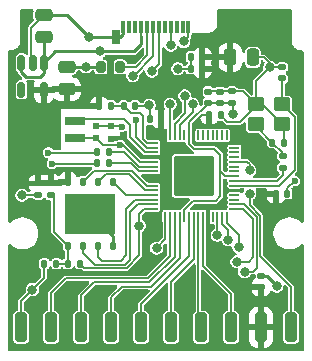
<source format=gbr>
%TF.GenerationSoftware,KiCad,Pcbnew,9.0.4*%
%TF.CreationDate,2025-09-10T10:40:01+02:00*%
%TF.ProjectId,rp2350_gpio_card,72703233-3530-45f6-9770-696f5f636172,X1*%
%TF.SameCoordinates,Original*%
%TF.FileFunction,Copper,L1,Top*%
%TF.FilePolarity,Positive*%
%FSLAX46Y46*%
G04 Gerber Fmt 4.6, Leading zero omitted, Abs format (unit mm)*
G04 Created by KiCad (PCBNEW 9.0.4) date 2025-09-10 10:40:01*
%MOMM*%
%LPD*%
G01*
G04 APERTURE LIST*
G04 Aperture macros list*
%AMRoundRect*
0 Rectangle with rounded corners*
0 $1 Rounding radius*
0 $2 $3 $4 $5 $6 $7 $8 $9 X,Y pos of 4 corners*
0 Add a 4 corners polygon primitive as box body*
4,1,4,$2,$3,$4,$5,$6,$7,$8,$9,$2,$3,0*
0 Add four circle primitives for the rounded corners*
1,1,$1+$1,$2,$3*
1,1,$1+$1,$4,$5*
1,1,$1+$1,$6,$7*
1,1,$1+$1,$8,$9*
0 Add four rect primitives between the rounded corners*
20,1,$1+$1,$2,$3,$4,$5,0*
20,1,$1+$1,$4,$5,$6,$7,0*
20,1,$1+$1,$6,$7,$8,$9,0*
20,1,$1+$1,$8,$9,$2,$3,0*%
%AMFreePoly0*
4,1,18,-0.437500,0.050000,-0.433694,0.069134,-0.422855,0.085355,-0.406634,0.096194,-0.387500,0.100000,0.387500,0.100000,0.437500,0.050000,0.437500,-0.050000,0.433694,-0.069134,0.422855,-0.085355,0.406634,-0.096194,0.387500,-0.100000,-0.387500,-0.100000,-0.406634,-0.096194,-0.422855,-0.085355,-0.433694,-0.069134,-0.437500,-0.050000,-0.437500,0.050000,-0.437500,0.050000,$1*%
%AMFreePoly1*
4,1,18,-0.437500,0.050000,-0.433694,0.069134,-0.422855,0.085355,-0.406634,0.096194,-0.387500,0.100000,0.387500,0.100000,0.406634,0.096194,0.422855,0.085355,0.433694,0.069134,0.437500,0.050000,0.437500,-0.050000,0.387500,-0.100000,-0.387500,-0.100000,-0.406634,-0.096194,-0.422855,-0.085355,-0.433694,-0.069134,-0.437500,-0.050000,-0.437500,0.050000,-0.437500,0.050000,$1*%
%AMFreePoly2*
4,1,18,-0.100000,0.387500,-0.050000,0.437500,0.050000,0.437500,0.069134,0.433694,0.085355,0.422855,0.096194,0.406634,0.100000,0.387500,0.100000,-0.387500,0.096194,-0.406634,0.085355,-0.422855,0.069134,-0.433694,0.050000,-0.437500,-0.050000,-0.437500,-0.069134,-0.433694,-0.085355,-0.422855,-0.096194,-0.406634,-0.100000,-0.387500,-0.100000,0.387500,-0.100000,0.387500,$1*%
%AMFreePoly3*
4,1,18,-0.100000,0.387500,-0.096194,0.406634,-0.085355,0.422855,-0.069134,0.433694,-0.050000,0.437500,0.050000,0.437500,0.100000,0.387500,0.100000,-0.387500,0.096194,-0.406634,0.085355,-0.422855,0.069134,-0.433694,0.050000,-0.437500,-0.050000,-0.437500,-0.069134,-0.433694,-0.085355,-0.422855,-0.096194,-0.406634,-0.100000,-0.387500,-0.100000,0.387500,-0.100000,0.387500,$1*%
%AMFreePoly4*
4,1,18,-0.437500,0.050000,-0.433694,0.069134,-0.422855,0.085355,-0.406634,0.096194,-0.387500,0.100000,0.387500,0.100000,0.406634,0.096194,0.422855,0.085355,0.433694,0.069134,0.437500,0.050000,0.437500,-0.050000,0.433694,-0.069134,0.422855,-0.085355,0.406634,-0.096194,0.387500,-0.100000,-0.387500,-0.100000,-0.437500,-0.050000,-0.437500,0.050000,-0.437500,0.050000,$1*%
%AMFreePoly5*
4,1,18,-0.437500,0.050000,-0.387500,0.100000,0.387500,0.100000,0.406634,0.096194,0.422855,0.085355,0.433694,0.069134,0.437500,0.050000,0.437500,-0.050000,0.433694,-0.069134,0.422855,-0.085355,0.406634,-0.096194,0.387500,-0.100000,-0.387500,-0.100000,-0.406634,-0.096194,-0.422855,-0.085355,-0.433694,-0.069134,-0.437500,-0.050000,-0.437500,0.050000,-0.437500,0.050000,$1*%
%AMFreePoly6*
4,1,18,-0.100000,0.387500,-0.096194,0.406634,-0.085355,0.422855,-0.069134,0.433694,-0.050000,0.437500,0.050000,0.437500,0.069134,0.433694,0.085355,0.422855,0.096194,0.406634,0.100000,0.387500,0.100000,-0.387500,0.050000,-0.437500,-0.050000,-0.437500,-0.069134,-0.433694,-0.085355,-0.422855,-0.096194,-0.406634,-0.100000,-0.387500,-0.100000,0.387500,-0.100000,0.387500,$1*%
%AMFreePoly7*
4,1,18,-0.100000,0.387500,-0.096194,0.406634,-0.085355,0.422855,-0.069134,0.433694,-0.050000,0.437500,0.050000,0.437500,0.069134,0.433694,0.085355,0.422855,0.096194,0.406634,0.100000,0.387500,0.100000,-0.387500,0.096194,-0.406634,0.085355,-0.422855,0.069134,-0.433694,0.050000,-0.437500,-0.050000,-0.437500,-0.100000,-0.387500,-0.100000,0.387500,-0.100000,0.387500,$1*%
G04 Aperture macros list end*
%TA.AperFunction,SMDPad,CuDef*%
%ADD10RoundRect,0.200000X0.200000X0.275000X-0.200000X0.275000X-0.200000X-0.275000X0.200000X-0.275000X0*%
%TD*%
%TA.AperFunction,SMDPad,CuDef*%
%ADD11R,0.380000X1.000000*%
%TD*%
%TA.AperFunction,SMDPad,CuDef*%
%ADD12R,0.700000X1.150000*%
%TD*%
%TA.AperFunction,SMDPad,CuDef*%
%ADD13RoundRect,0.135000X0.185000X-0.135000X0.185000X0.135000X-0.185000X0.135000X-0.185000X-0.135000X0*%
%TD*%
%TA.AperFunction,SMDPad,CuDef*%
%ADD14RoundRect,0.250000X0.475000X-0.250000X0.475000X0.250000X-0.475000X0.250000X-0.475000X-0.250000X0*%
%TD*%
%TA.AperFunction,SMDPad,CuDef*%
%ADD15RoundRect,0.135000X-0.185000X0.135000X-0.185000X-0.135000X0.185000X-0.135000X0.185000X0.135000X0*%
%TD*%
%TA.AperFunction,SMDPad,CuDef*%
%ADD16RoundRect,0.250000X0.450000X0.350000X-0.450000X0.350000X-0.450000X-0.350000X0.450000X-0.350000X0*%
%TD*%
%TA.AperFunction,SMDPad,CuDef*%
%ADD17R,0.530000X0.470000*%
%TD*%
%TA.AperFunction,SMDPad,CuDef*%
%ADD18RoundRect,0.140000X0.140000X0.170000X-0.140000X0.170000X-0.140000X-0.170000X0.140000X-0.170000X0*%
%TD*%
%TA.AperFunction,SMDPad,CuDef*%
%ADD19RoundRect,0.250000X-0.250000X-0.475000X0.250000X-0.475000X0.250000X0.475000X-0.250000X0.475000X0*%
%TD*%
%TA.AperFunction,SMDPad,CuDef*%
%ADD20RoundRect,0.140000X-0.140000X-0.170000X0.140000X-0.170000X0.140000X0.170000X-0.140000X0.170000X0*%
%TD*%
%TA.AperFunction,SMDPad,CuDef*%
%ADD21RoundRect,0.140000X-0.170000X0.140000X-0.170000X-0.140000X0.170000X-0.140000X0.170000X0.140000X0*%
%TD*%
%TA.AperFunction,SMDPad,CuDef*%
%ADD22RoundRect,0.250000X-0.250000X1.000000X-0.250000X-1.000000X0.250000X-1.000000X0.250000X1.000000X0*%
%TD*%
%TA.AperFunction,SMDPad,CuDef*%
%ADD23RoundRect,0.135000X-0.135000X-0.185000X0.135000X-0.185000X0.135000X0.185000X-0.135000X0.185000X0*%
%TD*%
%TA.AperFunction,SMDPad,CuDef*%
%ADD24RoundRect,0.150000X-0.150000X0.512500X-0.150000X-0.512500X0.150000X-0.512500X0.150000X0.512500X0*%
%TD*%
%TA.AperFunction,SMDPad,CuDef*%
%ADD25RoundRect,0.140000X0.170000X-0.140000X0.170000X0.140000X-0.170000X0.140000X-0.170000X-0.140000X0*%
%TD*%
%TA.AperFunction,SMDPad,CuDef*%
%ADD26RoundRect,0.125000X0.125000X-0.250000X0.125000X0.250000X-0.125000X0.250000X-0.125000X-0.250000X0*%
%TD*%
%TA.AperFunction,HeatsinkPad*%
%ADD27R,4.300000X3.400000*%
%TD*%
%TA.AperFunction,SMDPad,CuDef*%
%ADD28RoundRect,0.135000X0.135000X0.185000X-0.135000X0.185000X-0.135000X-0.185000X0.135000X-0.185000X0*%
%TD*%
%TA.AperFunction,SMDPad,CuDef*%
%ADD29FreePoly0,90.000000*%
%TD*%
%TA.AperFunction,SMDPad,CuDef*%
%ADD30RoundRect,0.050000X0.050000X-0.387500X0.050000X0.387500X-0.050000X0.387500X-0.050000X-0.387500X0*%
%TD*%
%TA.AperFunction,SMDPad,CuDef*%
%ADD31FreePoly1,90.000000*%
%TD*%
%TA.AperFunction,SMDPad,CuDef*%
%ADD32FreePoly2,90.000000*%
%TD*%
%TA.AperFunction,SMDPad,CuDef*%
%ADD33RoundRect,0.050000X0.387500X-0.050000X0.387500X0.050000X-0.387500X0.050000X-0.387500X-0.050000X0*%
%TD*%
%TA.AperFunction,SMDPad,CuDef*%
%ADD34FreePoly3,90.000000*%
%TD*%
%TA.AperFunction,SMDPad,CuDef*%
%ADD35FreePoly4,90.000000*%
%TD*%
%TA.AperFunction,SMDPad,CuDef*%
%ADD36FreePoly5,90.000000*%
%TD*%
%TA.AperFunction,SMDPad,CuDef*%
%ADD37FreePoly6,90.000000*%
%TD*%
%TA.AperFunction,SMDPad,CuDef*%
%ADD38FreePoly7,90.000000*%
%TD*%
%TA.AperFunction,ComponentPad*%
%ADD39C,0.600000*%
%TD*%
%TA.AperFunction,SMDPad,CuDef*%
%ADD40RoundRect,0.153000X1.547000X1.547000X-1.547000X1.547000X-1.547000X-1.547000X1.547000X-1.547000X0*%
%TD*%
%TA.AperFunction,SMDPad,CuDef*%
%ADD41R,1.700000X0.700000*%
%TD*%
%TA.AperFunction,ViaPad*%
%ADD42C,0.800000*%
%TD*%
%TA.AperFunction,ViaPad*%
%ADD43C,0.600000*%
%TD*%
%TA.AperFunction,Conductor*%
%ADD44C,0.152400*%
%TD*%
%TA.AperFunction,Conductor*%
%ADD45C,0.127000*%
%TD*%
%TA.AperFunction,Conductor*%
%ADD46C,0.254000*%
%TD*%
%TA.AperFunction,Conductor*%
%ADD47C,0.200000*%
%TD*%
%TA.AperFunction,Conductor*%
%ADD48C,0.250000*%
%TD*%
G04 APERTURE END LIST*
D10*
%TO.P,R4,1*%
%TO.N,Net-(P1-CC)*%
X100530183Y-57546434D03*
%TO.P,R4,2*%
%TO.N,GND*%
X98880183Y-57546434D03*
%TD*%
D11*
%TO.P,P1,A1,GND*%
%TO.N,GND*%
X100805183Y-54186434D03*
%TO.P,P1,A2*%
%TO.N,N/C*%
X101305183Y-54186434D03*
%TO.P,P1,A3*%
X101805183Y-54186434D03*
%TO.P,P1,A4,VBUS*%
%TO.N,VBUS*%
X102305183Y-54186434D03*
%TO.P,P1,A5,CC*%
%TO.N,Net-(P1-CC)*%
X102805183Y-54186434D03*
%TO.P,P1,A6,D+*%
%TO.N,/USB_D+*%
X103305183Y-54186434D03*
%TO.P,P1,A7,D-*%
%TO.N,/USB_D-*%
X103805183Y-54186434D03*
%TO.P,P1,A8*%
%TO.N,N/C*%
X104305183Y-54186434D03*
%TO.P,P1,A9,VBUS*%
%TO.N,VBUS*%
X104805183Y-54186434D03*
%TO.P,P1,A10*%
%TO.N,N/C*%
X105305183Y-54186434D03*
%TO.P,P1,A11*%
X105805183Y-54186434D03*
%TO.P,P1,A12,GND*%
%TO.N,GND*%
X106305183Y-54186434D03*
D12*
%TO.P,P1,S1,SHIELD*%
X100135183Y-55026434D03*
%TD*%
D13*
%TO.P,R8,1*%
%TO.N,/XOUT*%
X114300000Y-66110000D03*
%TO.P,R8,2*%
%TO.N,Net-(C16-Pad1)*%
X114300000Y-65090000D03*
%TD*%
D14*
%TO.P,C19,1*%
%TO.N,VBUS*%
X94055183Y-55046434D03*
%TO.P,C19,2*%
%TO.N,GND*%
X94055183Y-53146434D03*
%TD*%
D15*
%TO.P,R5,1*%
%TO.N,+3.3V*%
X94700000Y-67390000D03*
%TO.P,R5,2*%
%TO.N,/FLASH_SS*%
X94700000Y-68410000D03*
%TD*%
D16*
%TO.P,Y1,1,1*%
%TO.N,/XIN*%
X114235183Y-60726434D03*
%TO.P,Y1,2,2*%
%TO.N,GND*%
X112035183Y-60726434D03*
%TO.P,Y1,3,3*%
%TO.N,Net-(C16-Pad1)*%
X112035183Y-62426434D03*
%TO.P,Y1,4,4*%
%TO.N,GND*%
X114235183Y-62426434D03*
%TD*%
D17*
%TO.P,C1,1*%
%TO.N,+3.3V*%
X99750000Y-63615000D03*
%TO.P,C1,2*%
%TO.N,GND*%
X99750000Y-62585000D03*
%TD*%
D18*
%TO.P,C9,1*%
%TO.N,+3.3V*%
X107480000Y-57700000D03*
%TO.P,C9,2*%
%TO.N,GND*%
X106520000Y-57700000D03*
%TD*%
D19*
%TO.P,C2,1*%
%TO.N,+3.3V*%
X109855183Y-56746434D03*
%TO.P,C2,2*%
%TO.N,GND*%
X111755183Y-56746434D03*
%TD*%
D20*
%TO.P,C10,1*%
%TO.N,+3.3V*%
X108075183Y-61646434D03*
%TO.P,C10,2*%
%TO.N,GND*%
X109035183Y-61646434D03*
%TD*%
D21*
%TO.P,C17,1*%
%TO.N,+3.3V*%
X93600000Y-67420000D03*
%TO.P,C17,2*%
%TO.N,GND*%
X93600000Y-68380000D03*
%TD*%
D22*
%TO.P,J2,1,Pin_1*%
%TO.N,/RUN*%
X114985183Y-79600000D03*
%TO.P,J2,2,Pin_2*%
%TO.N,+3.3V*%
X112445183Y-79600000D03*
%TO.P,J2,3,Pin_3*%
%TO.N,/GPIO7*%
X109905183Y-79600000D03*
%TO.P,J2,4,Pin_4*%
%TO.N,/GPIO6*%
X107365183Y-79600000D03*
%TO.P,J2,5,Pin_5*%
%TO.N,/GPIO5*%
X104825183Y-79600000D03*
%TO.P,J2,6,Pin_6*%
%TO.N,/GPIO4*%
X102285183Y-79600000D03*
%TO.P,J2,7,Pin_7*%
%TO.N,/GPIO3*%
X99745183Y-79600000D03*
%TO.P,J2,8,Pin_8*%
%TO.N,/GPIO2*%
X97205183Y-79600000D03*
%TO.P,J2,9,Pin_9*%
%TO.N,/GPIO1*%
X94665183Y-79600000D03*
%TO.P,J2,10,Pin_10*%
%TO.N,/GPIO0*%
X92125183Y-79600000D03*
%TD*%
D18*
%TO.P,C8,1*%
%TO.N,+3.3V*%
X103980000Y-62000000D03*
%TO.P,C8,2*%
%TO.N,GND*%
X103020000Y-62000000D03*
%TD*%
D17*
%TO.P,C3,1*%
%TO.N,+1V1*%
X98500000Y-63565000D03*
%TO.P,C3,2*%
%TO.N,GND*%
X98500000Y-62535000D03*
%TD*%
D20*
%TO.P,C5,1*%
%TO.N,/VREG_AVDD*%
X100820000Y-60850000D03*
%TO.P,C5,2*%
%TO.N,GND*%
X101780000Y-60850000D03*
%TD*%
D23*
%TO.P,R3,1*%
%TO.N,/USB_D-*%
X98590000Y-64750000D03*
%TO.P,R3,2*%
%TO.N,Net-(U1-USB_DM)*%
X99610000Y-64750000D03*
%TD*%
D24*
%TO.P,U4,1,VIN*%
%TO.N,VBUS*%
X94067683Y-57208934D03*
%TO.P,U4,2,GND*%
%TO.N,GND*%
X93117683Y-57208934D03*
%TO.P,U4,3,EN*%
%TO.N,VBUS*%
X92167683Y-57208934D03*
%TO.P,U4,4,NC*%
%TO.N,unconnected-(U4-NC-Pad4)*%
X92167683Y-59483934D03*
%TO.P,U4,5,VOUT*%
%TO.N,+3.3V*%
X94067683Y-59483934D03*
%TD*%
D23*
%TO.P,R1,1*%
%TO.N,+3.3V*%
X98740000Y-60850000D03*
%TO.P,R1,2*%
%TO.N,/VREG_AVDD*%
X99760000Y-60850000D03*
%TD*%
%TO.P,R7,1*%
%TO.N,/GPIO0*%
X94090000Y-74200000D03*
%TO.P,R7,2*%
%TO.N,/FLASH_SS*%
X95110000Y-74200000D03*
%TD*%
D25*
%TO.P,C15,1*%
%TO.N,/XIN*%
X114235183Y-58526434D03*
%TO.P,C15,2*%
%TO.N,GND*%
X114235183Y-57566434D03*
%TD*%
D23*
%TO.P,R2,1*%
%TO.N,/USB_D+*%
X98590000Y-65700000D03*
%TO.P,R2,2*%
%TO.N,Net-(U1-USB_DP)*%
X99610000Y-65700000D03*
%TD*%
D14*
%TO.P,C21,1*%
%TO.N,+3.3V*%
X96005183Y-59446434D03*
%TO.P,C21,2*%
%TO.N,GND*%
X96005183Y-57546434D03*
%TD*%
D20*
%TO.P,C12,1*%
%TO.N,+3.3V*%
X113720000Y-68300000D03*
%TO.P,C12,2*%
%TO.N,GND*%
X114680000Y-68300000D03*
%TD*%
D25*
%TO.P,C4,1*%
%TO.N,+1V1*%
X110005183Y-60576434D03*
%TO.P,C4,2*%
%TO.N,GND*%
X110005183Y-59616434D03*
%TD*%
D26*
%TO.P,U2,1,~{CS}*%
%TO.N,/FLASH_SS*%
X96100183Y-72696434D03*
%TO.P,U2,2,DO/IO_{1}*%
%TO.N,/QSPI_SD1*%
X97370183Y-72696434D03*
%TO.P,U2,3,~{WP}/IO_{2}*%
%TO.N,/QSPI_SD2*%
X98640183Y-72696434D03*
%TO.P,U2,4,GND*%
%TO.N,GND*%
X99910183Y-72696434D03*
%TO.P,U2,5,DI/IO_{0}*%
%TO.N,/QSPI_SD0*%
X99910183Y-67296434D03*
%TO.P,U2,6,CLK*%
%TO.N,/QSPI_SCLK*%
X98640183Y-67296434D03*
%TO.P,U2,7,~{HOLD}/~{RESET}/IO_{3}*%
%TO.N,/QSPI_SD3*%
X97370183Y-67296434D03*
%TO.P,U2,8,VCC*%
%TO.N,+3.3V*%
X96100183Y-67296434D03*
D27*
%TO.P,U2,9,EP*%
%TO.N,GND*%
X98005183Y-69996434D03*
%TD*%
D25*
%TO.P,C6,1*%
%TO.N,+1V1*%
X109000000Y-60610000D03*
%TO.P,C6,2*%
%TO.N,GND*%
X109000000Y-59650000D03*
%TD*%
%TO.P,C7,1*%
%TO.N,+1V1*%
X107980000Y-60600000D03*
%TO.P,C7,2*%
%TO.N,GND*%
X107980000Y-59640000D03*
%TD*%
%TO.P,C13,1*%
%TO.N,+3.3V*%
X112455183Y-76176434D03*
%TO.P,C13,2*%
%TO.N,GND*%
X112455183Y-75216434D03*
%TD*%
D28*
%TO.P,R6,1*%
%TO.N,/QSPI_SS*%
X97120000Y-74200000D03*
%TO.P,R6,2*%
%TO.N,/FLASH_SS*%
X96100000Y-74200000D03*
%TD*%
D18*
%TO.P,C14,1*%
%TO.N,+3.3V*%
X107480000Y-56700000D03*
%TO.P,C14,2*%
%TO.N,GND*%
X106520000Y-56700000D03*
%TD*%
D20*
%TO.P,C16,1*%
%TO.N,Net-(C16-Pad1)*%
X113405183Y-63956434D03*
%TO.P,C16,2*%
%TO.N,GND*%
X114365183Y-63956434D03*
%TD*%
D29*
%TO.P,U1,1,IOVDD*%
%TO.N,+3.3V*%
X103955183Y-70233934D03*
D30*
%TO.P,U1,2,GPIO0*%
%TO.N,/GPIO0*%
X104355183Y-70233934D03*
%TO.P,U1,3,GPIO1*%
%TO.N,/GPIO1*%
X104755183Y-70233934D03*
%TO.P,U1,4,GPIO2*%
%TO.N,/GPIO2*%
X105155183Y-70233934D03*
%TO.P,U1,5,GPIO3*%
%TO.N,/GPIO3*%
X105555183Y-70233934D03*
%TO.P,U1,6,DVDD*%
%TO.N,+1V1*%
X105955183Y-70233934D03*
%TO.P,U1,7,GPIO4*%
%TO.N,/GPIO4*%
X106355183Y-70233934D03*
%TO.P,U1,8,GPIO5*%
%TO.N,/GPIO5*%
X106755183Y-70233934D03*
%TO.P,U1,9,GPIO6*%
%TO.N,/GPIO6*%
X107155183Y-70233934D03*
%TO.P,U1,10,GPIO7*%
%TO.N,/GPIO7*%
X107555183Y-70233934D03*
%TO.P,U1,11,IOVDD*%
%TO.N,+3.3V*%
X107955183Y-70233934D03*
%TO.P,U1,12,GPIO8*%
%TO.N,/GPIO8*%
X108355183Y-70233934D03*
%TO.P,U1,13,GPIO9*%
%TO.N,/GPIO9*%
X108755183Y-70233934D03*
%TO.P,U1,14,GPIO10*%
%TO.N,/GPIO10*%
X109155183Y-70233934D03*
D31*
%TO.P,U1,15,GPIO11*%
%TO.N,/GPIO11*%
X109555183Y-70233934D03*
D32*
%TO.P,U1,16,GPIO12*%
%TO.N,/GPIO12*%
X110192683Y-69596434D03*
D33*
%TO.P,U1,17,GPIO13*%
%TO.N,/GPIO13*%
X110192683Y-69196434D03*
%TO.P,U1,18,GPIO14*%
%TO.N,/GPIO14*%
X110192683Y-68796434D03*
%TO.P,U1,19,GPIO15*%
%TO.N,/GPIO15*%
X110192683Y-68396434D03*
%TO.P,U1,20,IOVDD*%
%TO.N,+3.3V*%
X110192683Y-67996434D03*
%TO.P,U1,21,XIN*%
%TO.N,/XIN*%
X110192683Y-67596434D03*
%TO.P,U1,22,XOUT*%
%TO.N,/XOUT*%
X110192683Y-67196434D03*
%TO.P,U1,23,DVDD*%
%TO.N,+1V1*%
X110192683Y-66796434D03*
%TO.P,U1,24,SWCLK*%
%TO.N,/SWCLK*%
X110192683Y-66396434D03*
%TO.P,U1,25,SWD*%
%TO.N,/SWD*%
X110192683Y-65996434D03*
%TO.P,U1,26,RUN*%
%TO.N,/RUN*%
X110192683Y-65596434D03*
%TO.P,U1,27,GPIO16*%
%TO.N,/GPIO16*%
X110192683Y-65196434D03*
%TO.P,U1,28,GPIO17*%
%TO.N,/GPIO17*%
X110192683Y-64796434D03*
%TO.P,U1,29,GPIO18*%
%TO.N,/GPIO18*%
X110192683Y-64396434D03*
D34*
%TO.P,U1,30,IOVDD*%
%TO.N,+3.3V*%
X110192683Y-63996434D03*
D35*
%TO.P,U1,31,GPIO19*%
%TO.N,/GPIO19*%
X109555183Y-63358934D03*
D30*
%TO.P,U1,32,GPIO20*%
%TO.N,/GPIO20*%
X109155183Y-63358934D03*
%TO.P,U1,33,GPIO21*%
%TO.N,/GPIO21*%
X108755183Y-63358934D03*
%TO.P,U1,34,GPIO22*%
%TO.N,/GPIO22*%
X108355183Y-63358934D03*
%TO.P,U1,35,GPIO23*%
%TO.N,/GPIO23*%
X107955183Y-63358934D03*
%TO.P,U1,36,GPIO24*%
%TO.N,/GPIO24*%
X107555183Y-63358934D03*
%TO.P,U1,37,GPIO25*%
%TO.N,/GPIO25*%
X107155183Y-63358934D03*
%TO.P,U1,38,IOVDD*%
%TO.N,+3.3V*%
X106755183Y-63358934D03*
%TO.P,U1,39,DVDD*%
%TO.N,+1V1*%
X106355183Y-63358934D03*
%TO.P,U1,40,GPIO26_ADC0*%
%TO.N,/GPIO26_ADC0*%
X105955183Y-63358934D03*
%TO.P,U1,41,GPIO27_ADC1*%
%TO.N,/GPIO27_ADC1*%
X105555183Y-63358934D03*
%TO.P,U1,42,GPIO28_ADC2*%
%TO.N,/GPIO28_ADC2*%
X105155183Y-63358934D03*
%TO.P,U1,43,GPIO29_ADC3*%
%TO.N,/GPIO29_ADC3*%
X104755183Y-63358934D03*
%TO.P,U1,44,ADC_AVDD*%
%TO.N,+3.3V*%
X104355183Y-63358934D03*
D36*
%TO.P,U1,45,IOVDD*%
X103955183Y-63358934D03*
D37*
%TO.P,U1,46,VREG_AVDD*%
%TO.N,/VREG_AVDD*%
X103317683Y-63996434D03*
D33*
%TO.P,U1,47,VREG_PGND*%
%TO.N,GND*%
X103317683Y-64396434D03*
%TO.P,U1,48,VREG_LX*%
%TO.N,/VREG_LX*%
X103317683Y-64796434D03*
%TO.P,U1,49,VREG_VIN*%
%TO.N,+3.3V*%
X103317683Y-65196434D03*
%TO.P,U1,50,VREG_FB*%
%TO.N,+1V1*%
X103317683Y-65596434D03*
%TO.P,U1,51,USB_DM*%
%TO.N,Net-(U1-USB_DM)*%
X103317683Y-65996434D03*
%TO.P,U1,52,USB_DP*%
%TO.N,Net-(U1-USB_DP)*%
X103317683Y-66396434D03*
%TO.P,U1,53,USB_OTP_VDD*%
%TO.N,+3.3V*%
X103317683Y-66796434D03*
%TO.P,U1,54,QSPI_IOVDD*%
X103317683Y-67196434D03*
%TO.P,U1,55,QSPI_SD3*%
%TO.N,/QSPI_SD3*%
X103317683Y-67596434D03*
%TO.P,U1,56,QSPI_SCLK*%
%TO.N,/QSPI_SCLK*%
X103317683Y-67996434D03*
%TO.P,U1,57,QSPI_SD0*%
%TO.N,/QSPI_SD0*%
X103317683Y-68396434D03*
%TO.P,U1,58,QSPI_SD2*%
%TO.N,/QSPI_SD2*%
X103317683Y-68796434D03*
%TO.P,U1,59,QSPI_SD1*%
%TO.N,/QSPI_SD1*%
X103317683Y-69196434D03*
D38*
%TO.P,U1,60,QSPI_SS*%
%TO.N,/QSPI_SS*%
X103317683Y-69596434D03*
D39*
%TO.P,U1,61,GND*%
%TO.N,GND*%
X105380183Y-68171434D03*
X106755183Y-68171434D03*
X108130183Y-68171434D03*
X105380183Y-66796434D03*
X106755183Y-66796434D03*
D40*
X106755183Y-66796434D03*
D39*
X108130183Y-66796434D03*
X105380183Y-65421434D03*
X106755183Y-65421434D03*
X108130183Y-65421434D03*
%TD*%
D41*
%TO.P,L1,1,1*%
%TO.N,+1V1*%
X96708211Y-63550000D03*
%TO.P,L1,2,2*%
%TO.N,/VREG_LX*%
X96708211Y-62150000D03*
%TD*%
D42*
%TO.N,+1V1*%
X110100000Y-61500000D03*
D43*
X100550000Y-64200000D03*
D42*
%TO.N,VBUS*%
X104800000Y-55700000D03*
X98800000Y-56246434D03*
%TO.N,+3.3V*%
X112700000Y-68272634D03*
X112700000Y-65100000D03*
%TO.N,/GPIO27_ADC1*%
X106685028Y-60729793D03*
%TO.N,/GPIO29_ADC3*%
X104755183Y-60700000D03*
%TO.N,/GPIO11*%
X110555183Y-72771434D03*
%TO.N,/QSPI_SS*%
X102130183Y-70996434D03*
%TO.N,/RUN*%
X111500000Y-66300000D03*
X111500000Y-68272634D03*
%TO.N,/GPIO10*%
X109680183Y-72196434D03*
%TO.N,/GPIO9*%
X108755502Y-71815683D03*
%TO.N,/GPIO28_ADC2*%
X106005183Y-59996434D03*
%TO.N,/GPIO0*%
X103601588Y-72897192D03*
X93100000Y-76400000D03*
D43*
%TO.N,/USB_D+*%
X94750000Y-65750000D03*
D42*
X101600000Y-58300000D03*
D43*
%TO.N,/USB_D-*%
X94450000Y-64800000D03*
D42*
X103200000Y-57900000D03*
%TO.N,/GPIO13*%
X111055183Y-74896434D03*
%TO.N,/GPIO12*%
X110405183Y-74046434D03*
%TO.N,GND*%
X97900000Y-55050000D03*
X105400000Y-57700000D03*
X113180183Y-57596434D03*
X98005183Y-69996434D03*
D43*
X101850000Y-62050000D03*
D42*
X103000000Y-60800000D03*
X113800000Y-76100000D03*
D43*
X115300000Y-67200000D03*
D42*
X105900000Y-55400000D03*
X92200000Y-68400000D03*
D43*
X100700000Y-62600000D03*
D42*
X97630183Y-57546434D03*
%TD*%
D44*
%TO.N,+1V1*%
X109000000Y-66373821D02*
X109422613Y-66796434D01*
D45*
X99085000Y-64150000D02*
X100500000Y-64150000D01*
X100550000Y-64200000D02*
X100800000Y-64200000D01*
X96708211Y-63550000D02*
X98485000Y-63550000D01*
D44*
X108005183Y-60576434D02*
X109005183Y-60576434D01*
X106355183Y-62246650D02*
X108005183Y-60596651D01*
X110100000Y-61500000D02*
X110100000Y-60471251D01*
X106355183Y-63358934D02*
X106355183Y-62246650D01*
D45*
X102196434Y-65596434D02*
X103317683Y-65596434D01*
X98485000Y-63550000D02*
X98500000Y-63565000D01*
D44*
X109422613Y-66796434D02*
X110192683Y-66796434D01*
X106800000Y-64500000D02*
X106355183Y-64055183D01*
X105955183Y-70233934D02*
X105955183Y-69644817D01*
X110100000Y-60671251D02*
X110005183Y-60576434D01*
X108500000Y-64500000D02*
X106800000Y-64500000D01*
X108005183Y-60596651D02*
X108005183Y-60576434D01*
X108600000Y-68900000D02*
X109000000Y-68500000D01*
D45*
X100500000Y-64150000D02*
X100550000Y-64200000D01*
D44*
X106700000Y-68900000D02*
X108600000Y-68900000D01*
D45*
X100800000Y-64200000D02*
X102196434Y-65596434D01*
D44*
X105955183Y-69644817D02*
X106700000Y-68900000D01*
X109000000Y-65000000D02*
X108500000Y-64500000D01*
X106355183Y-64055183D02*
X106355183Y-63358934D01*
D45*
X98500000Y-63565000D02*
X99085000Y-64150000D01*
D44*
X109000000Y-66373821D02*
X109000000Y-65000000D01*
X109005183Y-60576434D02*
X110005183Y-60576434D01*
X109000000Y-68500000D02*
X109000000Y-66373821D01*
D46*
%TO.N,VBUS*%
X102300183Y-55636434D02*
X102300183Y-54926434D01*
X102300183Y-54926434D02*
X102305183Y-54921434D01*
X101690183Y-56246434D02*
X102300183Y-55636434D01*
X92167683Y-58008934D02*
X92555183Y-58396434D01*
X94067683Y-57208934D02*
X94067683Y-55058934D01*
D44*
X104805183Y-54186434D02*
X104805183Y-55694817D01*
D46*
X95030183Y-56246434D02*
X94067683Y-57208934D01*
X94067683Y-58033934D02*
X94067683Y-57208934D01*
D44*
X102305183Y-54186434D02*
X102305183Y-54921434D01*
D46*
X98800000Y-56246434D02*
X95030183Y-56246434D01*
D44*
X94067683Y-55058934D02*
X94055183Y-55046434D01*
X104805183Y-55694817D02*
X104800000Y-55700000D01*
D46*
X93705183Y-58396434D02*
X94067683Y-58033934D01*
X92167683Y-57208934D02*
X92167683Y-58008934D01*
X98800000Y-56246434D02*
X101690183Y-56246434D01*
X92555183Y-58396434D02*
X93705183Y-58396434D01*
D44*
%TO.N,/VREG_AVDD*%
X100820000Y-60850000D02*
X99760000Y-60850000D01*
X102796434Y-63996434D02*
X103317683Y-63996434D01*
X103314117Y-64000000D02*
X103317683Y-63996434D01*
X101462800Y-61492800D02*
X100820000Y-60850000D01*
X102462800Y-63662800D02*
X102796434Y-63996434D01*
X102462800Y-61712800D02*
X102242800Y-61492800D01*
X102462800Y-61712800D02*
X102462800Y-63662800D01*
X102242800Y-61492800D02*
X101462800Y-61492800D01*
%TO.N,/XIN*%
X109842683Y-67596434D02*
X114003566Y-67596434D01*
X114003566Y-67596434D02*
X115300000Y-66300000D01*
X115300000Y-66300000D02*
X115300000Y-61791251D01*
X115300000Y-61791251D02*
X114235183Y-60726434D01*
X114235183Y-60726434D02*
X114235183Y-58526434D01*
%TO.N,Net-(C16-Pad1)*%
X114300000Y-64851251D02*
X113405183Y-63956434D01*
X113405183Y-63956434D02*
X112035183Y-62586434D01*
X112035183Y-62586434D02*
X112035183Y-62426434D01*
X112025183Y-62436434D02*
X112035183Y-62426434D01*
X114300000Y-65090000D02*
X114300000Y-64851251D01*
%TO.N,+3.3V*%
X108075183Y-61646434D02*
X107455183Y-61646434D01*
X103317683Y-65196434D02*
X102353566Y-65196434D01*
D47*
X107955183Y-73521434D02*
X112445183Y-78011434D01*
D44*
X107955183Y-70233934D02*
X107932383Y-70256734D01*
X94105183Y-59446434D02*
X94067683Y-59483934D01*
D46*
X96005183Y-59446434D02*
X94105183Y-59446434D01*
D44*
X112727366Y-68300000D02*
X112700000Y-68272634D01*
X106755183Y-62346434D02*
X106755183Y-63358934D01*
D47*
X107955183Y-70233934D02*
X107955183Y-73521434D01*
D44*
X112700000Y-65100000D02*
X111596434Y-63996434D01*
X112445183Y-76186434D02*
X112455183Y-76176434D01*
X100772132Y-63615000D02*
X102353566Y-65196434D01*
X111596434Y-63996434D02*
X110192683Y-63996434D01*
X107455183Y-61646434D02*
X106755183Y-62346434D01*
X99750000Y-63615000D02*
X100772132Y-63615000D01*
D47*
X112445183Y-80196434D02*
X112445183Y-76186434D01*
D44*
X113720000Y-68300000D02*
X112727366Y-68300000D01*
%TO.N,/GPIO27_ADC1*%
X106685028Y-60729793D02*
X106681383Y-60733438D01*
X105555183Y-62496434D02*
X105555183Y-63358934D01*
X106681383Y-60733438D02*
X106681383Y-61370234D01*
X106681383Y-61370234D02*
X105555183Y-62496434D01*
%TO.N,/GPIO29_ADC3*%
X104755183Y-60700000D02*
X104755183Y-63358934D01*
%TO.N,/GPIO11*%
X110555183Y-71771434D02*
X109555183Y-70771434D01*
X110555183Y-72771434D02*
X110555183Y-71771434D01*
X110555183Y-72771434D02*
X110580183Y-72746434D01*
X109555183Y-70771434D02*
X109555183Y-70233934D01*
%TO.N,/QSPI_SS*%
X102555183Y-69596434D02*
X102130183Y-70021434D01*
X97496834Y-74576834D02*
X101071329Y-74576834D01*
X102130183Y-73517980D02*
X102130183Y-70996434D01*
X97120000Y-74200000D02*
X97496834Y-74576834D01*
X101071329Y-74576834D02*
X102130183Y-73517980D01*
X102130183Y-70021434D02*
X102130183Y-70996434D01*
X103317683Y-69596434D02*
X102555183Y-69596434D01*
%TO.N,/RUN*%
X111500000Y-65800000D02*
X111296434Y-65596434D01*
X112380400Y-70150323D02*
X112380400Y-73546651D01*
X111500000Y-69269922D02*
X112380400Y-70150323D01*
X111500000Y-66300000D02*
X111500000Y-65800000D01*
X114985183Y-76151434D02*
X114985183Y-80196434D01*
X111500000Y-68272634D02*
X111500000Y-69269922D01*
X111296434Y-65596434D02*
X110192683Y-65596434D01*
X112380400Y-73546651D02*
X114985183Y-76151434D01*
%TO.N,/GPIO10*%
X109680183Y-71396218D02*
X109155183Y-70871218D01*
X109155183Y-70871218D02*
X109155183Y-70233934D01*
X109680183Y-72196434D02*
X109680183Y-71396218D01*
%TO.N,/GPIO9*%
X108755502Y-71815683D02*
X108755183Y-71815364D01*
X108755183Y-71815364D02*
X108755183Y-70233934D01*
%TO.N,/GPIO28_ADC2*%
X106005183Y-61496434D02*
X105155183Y-62346434D01*
X105155183Y-62346434D02*
X105155183Y-63358934D01*
X106005183Y-59996434D02*
X106005183Y-61496434D01*
%TO.N,/GPIO2*%
X102997951Y-75803234D02*
X98305183Y-75803234D01*
X105155183Y-70233934D02*
X105155183Y-73646002D01*
X105155183Y-73646002D02*
X102997951Y-75803234D01*
X98305183Y-75803234D02*
X97205183Y-76903234D01*
X97205183Y-76903234D02*
X97205183Y-80196434D01*
%TO.N,/GPIO1*%
X94665183Y-76706434D02*
X94665183Y-80196434D01*
X104755183Y-73546218D02*
X102851567Y-75449834D01*
X104755183Y-70233934D02*
X104755183Y-73546218D01*
X102851567Y-75449834D02*
X95901783Y-75449834D01*
X94655183Y-76696434D02*
X94665183Y-76706434D01*
X95901783Y-75449834D02*
X94655183Y-76696434D01*
%TO.N,/GPIO5*%
X106755183Y-73846218D02*
X104825183Y-75776218D01*
X106755183Y-70233934D02*
X106755183Y-73846218D01*
X104825183Y-75776218D02*
X104825183Y-80196434D01*
%TO.N,/GPIO4*%
X106355183Y-73571434D02*
X102285183Y-77641434D01*
X106355183Y-70233934D02*
X106355183Y-73571434D01*
X102285183Y-77641434D02*
X102285183Y-80196434D01*
%TO.N,/GPIO6*%
X107155183Y-70233934D02*
X107155183Y-79986434D01*
X107155183Y-79986434D02*
X107365183Y-80196434D01*
%TO.N,/GPIO0*%
X94090000Y-74200000D02*
X94090000Y-75410000D01*
X104355183Y-72143597D02*
X103601588Y-72897192D01*
X94090000Y-75410000D02*
X93100000Y-76400000D01*
X92125183Y-77374817D02*
X92125183Y-79600000D01*
X104355183Y-72044817D02*
X104355183Y-72143597D01*
X104355183Y-70233934D02*
X104355183Y-72044817D01*
X93100000Y-76400000D02*
X92125183Y-77374817D01*
%TO.N,/GPIO3*%
X99745183Y-77066634D02*
X99745183Y-80196434D01*
X103144335Y-76156634D02*
X100655183Y-76156634D01*
X100655183Y-76156634D02*
X99745183Y-77066634D01*
X105555183Y-73745785D02*
X103144335Y-76156634D01*
X105555183Y-70233934D02*
X105555183Y-73745785D01*
%TO.N,/GPIO7*%
X109905183Y-76746434D02*
X109905183Y-80196434D01*
X107555183Y-74396434D02*
X109905183Y-76746434D01*
X107555183Y-70233934D02*
X107555183Y-74396434D01*
%TO.N,/VREG_LX*%
X100820000Y-61920000D02*
X96938211Y-61920000D01*
X101350000Y-62450000D02*
X100820000Y-61920000D01*
X102619565Y-64796434D02*
X101350000Y-63526869D01*
X101350000Y-63526869D02*
X101350000Y-62450000D01*
X103317683Y-64796434D02*
X102619565Y-64796434D01*
%TO.N,Net-(P1-CC)*%
X102805183Y-56571434D02*
X102805183Y-54186434D01*
X100530183Y-57546434D02*
X101830183Y-57546434D01*
X101830183Y-57546434D02*
X102805183Y-56571434D01*
D47*
%TO.N,/USB_D+*%
X103305183Y-56652878D02*
X101658061Y-58300000D01*
X98540000Y-65750000D02*
X98590000Y-65700000D01*
X101658061Y-58300000D02*
X101600000Y-58300000D01*
X103305183Y-56652878D02*
X103305183Y-54971434D01*
D44*
X103305183Y-54186434D02*
X103305183Y-54971434D01*
D47*
X94750000Y-65750000D02*
X98540000Y-65750000D01*
D44*
%TO.N,/USB_D-*%
X103805183Y-54186434D02*
X103805183Y-54961434D01*
D47*
X98540000Y-64800000D02*
X98590000Y-64750000D01*
X103200000Y-57900000D02*
X103805183Y-57294817D01*
X94450000Y-64800000D02*
X98540000Y-64800000D01*
X103805183Y-57294817D02*
X103805183Y-54961434D01*
D45*
%TO.N,Net-(U1-USB_DP)*%
X103317683Y-66396434D02*
X102096434Y-66396434D01*
X101400000Y-65700000D02*
X99610000Y-65700000D01*
X102096434Y-66396434D02*
X101400000Y-65700000D01*
%TO.N,Net-(U1-USB_DM)*%
X103317683Y-65996434D02*
X102121434Y-65996434D01*
X100875000Y-64750000D02*
X99610000Y-64750000D01*
X102121434Y-65996434D02*
X100875000Y-64750000D01*
D44*
%TO.N,/FLASH_SS*%
X94700000Y-68410000D02*
X94900000Y-68610000D01*
X96100183Y-72696434D02*
X96100183Y-74199817D01*
X94900000Y-68610000D02*
X94900000Y-71496251D01*
X96100000Y-74200000D02*
X95110000Y-74200000D01*
X94900000Y-71496251D02*
X96100183Y-72696434D01*
X96100183Y-74199817D02*
X96100000Y-74200000D01*
X96090000Y-72706617D02*
X96100183Y-72696434D01*
%TO.N,/XOUT*%
X113803566Y-67196434D02*
X109842683Y-67196434D01*
X114300000Y-66700000D02*
X113803566Y-67196434D01*
X114300000Y-66110000D02*
X114300000Y-66700000D01*
%TO.N,/QSPI_SCLK*%
X99609355Y-66650000D02*
X99615121Y-66644234D01*
X102596434Y-67996434D02*
X103317683Y-67996434D01*
X101250000Y-66650000D02*
X102596434Y-67996434D01*
X99286617Y-66650000D02*
X99609355Y-66650000D01*
X100211011Y-66650000D02*
X101250000Y-66650000D01*
X100205245Y-66644234D02*
X100211011Y-66650000D01*
X98640183Y-67296434D02*
X99286617Y-66650000D01*
X99615121Y-66644234D02*
X100205245Y-66644234D01*
%TO.N,/QSPI_SD1*%
X98396434Y-74296434D02*
X97370183Y-73270183D01*
X100955183Y-74296434D02*
X98396434Y-74296434D01*
X101358583Y-69841417D02*
X101358583Y-73893034D01*
X103317683Y-69196434D02*
X102003566Y-69196434D01*
X97370183Y-73270183D02*
X97370183Y-72696434D01*
X102003566Y-69196434D02*
X101358583Y-69841417D01*
X101358583Y-73893034D02*
X100955183Y-74296434D01*
%TO.N,/GPIO13*%
X112100000Y-74557817D02*
X111761383Y-74896434D01*
X111761383Y-74896434D02*
X111055183Y-74896434D01*
X111029966Y-69196434D02*
X112100000Y-70266468D01*
X110192683Y-69196434D02*
X111029966Y-69196434D01*
X112100000Y-70266468D02*
X112100000Y-74557817D01*
%TO.N,/QSPI_SD3*%
X101528545Y-66350000D02*
X102774979Y-67596434D01*
X98316617Y-66350000D02*
X101528545Y-66350000D01*
X102774979Y-67596434D02*
X103317683Y-67596434D01*
X97370183Y-67296434D02*
X98316617Y-66350000D01*
%TO.N,/GPIO12*%
X111800000Y-70466251D02*
X110930183Y-69596434D01*
X111405183Y-74046434D02*
X111800000Y-73651617D01*
X110405183Y-74046434D02*
X111405183Y-74046434D01*
X111800000Y-73651617D02*
X111800000Y-70466251D01*
X110930183Y-69596434D02*
X110192683Y-69596434D01*
%TO.N,/QSPI_SD2*%
X103317683Y-68796434D02*
X101803565Y-68796434D01*
X98951783Y-73943034D02*
X98640183Y-73631434D01*
X100558583Y-73943034D02*
X98951783Y-73943034D01*
X101803565Y-68796434D02*
X101005183Y-69594816D01*
X101005183Y-69594816D02*
X101005183Y-73496434D01*
X98640183Y-73631434D02*
X98640183Y-72696434D01*
X101005183Y-73496434D02*
X100558583Y-73943034D01*
%TO.N,/QSPI_SD0*%
X101010183Y-68396434D02*
X103317683Y-68396434D01*
X99910183Y-67296434D02*
X101010183Y-68396434D01*
%TO.N,GND*%
X101850000Y-63450000D02*
X102796434Y-64396434D01*
D46*
X96005183Y-57546434D02*
X97630183Y-57546434D01*
D44*
X113210183Y-57566434D02*
X113180183Y-57596434D01*
X106305183Y-54994817D02*
X105900000Y-55400000D01*
D46*
X95996434Y-53146434D02*
X94055183Y-53146434D01*
D44*
X103020000Y-62000000D02*
X103020000Y-60820000D01*
X112035183Y-60864817D02*
X112035183Y-60726434D01*
X99700000Y-62535000D02*
X99750000Y-62585000D01*
D48*
X99910183Y-72696434D02*
X99910183Y-71901434D01*
D44*
X114680000Y-68300000D02*
X114680000Y-67820000D01*
X101850000Y-62050000D02*
X101850000Y-63450000D01*
X106520000Y-57700000D02*
X105400000Y-57700000D01*
D46*
X97923566Y-55026434D02*
X97900000Y-55050000D01*
D44*
X114235183Y-62426434D02*
X112535183Y-60726434D01*
D48*
X99910183Y-71901434D02*
X98005183Y-69996434D01*
D44*
X109005183Y-59616434D02*
X110005183Y-59616434D01*
X100805183Y-54186434D02*
X100805183Y-54356434D01*
X110005183Y-59616434D02*
X110925183Y-59616434D01*
X93117683Y-57208934D02*
X92980183Y-57071434D01*
X99750000Y-62585000D02*
X100685000Y-62585000D01*
X102796434Y-64396434D02*
X103317683Y-64396434D01*
X112035183Y-60726434D02*
X112035183Y-58741434D01*
D48*
X112916434Y-75216434D02*
X113800000Y-76100000D01*
D44*
X114365183Y-62556434D02*
X114235183Y-62426434D01*
X98500000Y-62535000D02*
X99700000Y-62535000D01*
X100685000Y-62585000D02*
X100700000Y-62600000D01*
X106305183Y-54186434D02*
X106305183Y-54994817D01*
X114365183Y-63956434D02*
X114365183Y-62556434D01*
X113180183Y-57246434D02*
X113180183Y-57596434D01*
X110700000Y-62200000D02*
X112035183Y-60864817D01*
D46*
X97900000Y-55050000D02*
X95996434Y-53146434D01*
D44*
X101850000Y-60920000D02*
X101780000Y-60850000D01*
X111755183Y-56746434D02*
X112680183Y-56746434D01*
D46*
X100135183Y-55026434D02*
X97923566Y-55026434D01*
D44*
X103020000Y-60820000D02*
X103000000Y-60800000D01*
X93600000Y-68380000D02*
X92220000Y-68380000D01*
D48*
X112455183Y-75216434D02*
X112916434Y-75216434D01*
D44*
X114680000Y-67820000D02*
X115300000Y-67200000D01*
X112535183Y-60726434D02*
X112035183Y-60726434D01*
X102950000Y-60850000D02*
X103000000Y-60800000D01*
X106520000Y-57700000D02*
X106520000Y-56700000D01*
X114680000Y-68300000D02*
X114680000Y-68176292D01*
D46*
X100135183Y-55026434D02*
X100523566Y-55026434D01*
D44*
X109588749Y-62200000D02*
X110700000Y-62200000D01*
X92220000Y-68380000D02*
X92200000Y-68400000D01*
X92980183Y-57071434D02*
X92980183Y-54221434D01*
X114235183Y-57566434D02*
X113210183Y-57566434D01*
X112680183Y-56746434D02*
X113180183Y-57246434D01*
X108005183Y-59616434D02*
X109005183Y-59616434D01*
D46*
X97630183Y-57546434D02*
X98880183Y-57546434D01*
X100523566Y-55026434D02*
X100787183Y-54762817D01*
D44*
X109035183Y-61646434D02*
X109588749Y-62200000D01*
X92980183Y-54221434D02*
X94055183Y-53146434D01*
X112035183Y-58741434D02*
X113180183Y-57596434D01*
D46*
X100787183Y-54762817D02*
X100787183Y-54284878D01*
D44*
X110925183Y-59616434D02*
X112035183Y-60726434D01*
X101780000Y-60850000D02*
X102950000Y-60850000D01*
%TD*%
%TA.AperFunction,Conductor*%
%TO.N,+3.3V*%
G36*
X108268222Y-61666119D02*
G01*
X108313977Y-61718923D01*
X108325183Y-61770434D01*
X108325183Y-62450937D01*
X108471378Y-62408465D01*
X108610557Y-62326155D01*
X108610566Y-62326148D01*
X108724897Y-62211817D01*
X108724904Y-62211808D01*
X108749504Y-62170213D01*
X108800573Y-62122529D01*
X108856236Y-62109334D01*
X109122725Y-62109334D01*
X109189764Y-62129019D01*
X109210406Y-62145653D01*
X109458975Y-62394222D01*
X109502885Y-62412410D01*
X109543178Y-62429100D01*
X109543179Y-62429100D01*
X110745570Y-62429100D01*
X110745571Y-62429100D01*
X110785864Y-62412410D01*
X110829775Y-62394222D01*
X110970604Y-62253392D01*
X111031924Y-62219909D01*
X111101616Y-62224893D01*
X111157550Y-62266764D01*
X111181967Y-62332229D01*
X111182283Y-62341075D01*
X111182283Y-62808147D01*
X111197224Y-62902484D01*
X111197225Y-62902485D01*
X111197226Y-62902489D01*
X111255167Y-63016205D01*
X111255168Y-63016206D01*
X111255171Y-63016210D01*
X111345406Y-63106445D01*
X111345410Y-63106448D01*
X111345412Y-63106450D01*
X111459128Y-63164391D01*
X111459130Y-63164391D01*
X111459132Y-63164392D01*
X111553470Y-63179334D01*
X111553475Y-63179334D01*
X112252724Y-63179334D01*
X112319763Y-63199019D01*
X112340405Y-63215653D01*
X112935964Y-63811211D01*
X112969449Y-63872534D01*
X112972283Y-63898892D01*
X112972283Y-64170169D01*
X112975124Y-64194655D01*
X112975124Y-64194657D01*
X113012760Y-64279894D01*
X113019355Y-64294830D01*
X113096787Y-64372262D01*
X113196962Y-64416493D01*
X113221449Y-64419334D01*
X113492724Y-64419334D01*
X113559763Y-64439019D01*
X113580405Y-64455653D01*
X113825821Y-64701069D01*
X113859306Y-64762392D01*
X113854322Y-64832084D01*
X113851575Y-64838834D01*
X113829894Y-64887937D01*
X113829893Y-64887942D01*
X113827100Y-64912014D01*
X113827100Y-65267985D01*
X113829893Y-65292057D01*
X113829893Y-65292059D01*
X113872075Y-65387590D01*
X113873369Y-65390521D01*
X113949479Y-65466631D01*
X113980364Y-65480268D01*
X113994627Y-65486566D01*
X114048003Y-65531652D01*
X114068530Y-65598439D01*
X114049691Y-65665721D01*
X113997468Y-65712137D01*
X113994627Y-65713434D01*
X113949478Y-65733369D01*
X113873369Y-65809478D01*
X113829893Y-65907940D01*
X113829893Y-65907942D01*
X113827100Y-65932014D01*
X113827100Y-66287985D01*
X113829893Y-66312057D01*
X113829893Y-66312059D01*
X113868073Y-66398526D01*
X113873369Y-66410521D01*
X113949479Y-66486631D01*
X113950299Y-66486993D01*
X113951549Y-66488049D01*
X113958958Y-66493124D01*
X113958444Y-66493873D01*
X114003675Y-66532078D01*
X114024203Y-66598863D01*
X114005365Y-66666146D01*
X113987894Y-66688108D01*
X113744988Y-66931015D01*
X113683665Y-66964500D01*
X113657307Y-66967334D01*
X111911681Y-66967334D01*
X111844642Y-66947649D01*
X111798887Y-66894845D01*
X111788943Y-66825687D01*
X111817968Y-66762131D01*
X111836190Y-66744962D01*
X111839487Y-66742431D01*
X111839486Y-66742431D01*
X111839489Y-66742430D01*
X111942430Y-66639489D01*
X112015221Y-66513411D01*
X112052900Y-66372791D01*
X112052900Y-66227209D01*
X112015221Y-66086589D01*
X111978268Y-66022585D01*
X111942432Y-65960514D01*
X111942428Y-65960509D01*
X111839490Y-65857571D01*
X111839489Y-65857570D01*
X111786610Y-65827040D01*
X111738396Y-65776475D01*
X111733899Y-65766740D01*
X111729100Y-65755048D01*
X111729100Y-65754429D01*
X111701211Y-65687100D01*
X111694222Y-65670226D01*
X111694221Y-65670225D01*
X111694221Y-65670224D01*
X111426208Y-65402211D01*
X111353269Y-65372000D01*
X111353268Y-65371999D01*
X111342007Y-65367334D01*
X111342005Y-65367334D01*
X110907083Y-65367334D01*
X110906706Y-65367223D01*
X110906329Y-65367332D01*
X110873151Y-65357370D01*
X110840044Y-65347649D01*
X110839787Y-65347353D01*
X110839411Y-65347240D01*
X110816889Y-65320927D01*
X110794289Y-65294845D01*
X110794147Y-65294356D01*
X110793978Y-65294159D01*
X110793662Y-65292687D01*
X110784240Y-65260234D01*
X110783083Y-65251824D01*
X110783083Y-65126450D01*
X110771311Y-65067266D01*
X110754160Y-65041598D01*
X110750272Y-65013334D01*
X110751392Y-65005861D01*
X110749135Y-64998652D01*
X110756503Y-64971787D01*
X110760636Y-64944238D01*
X110765618Y-64938558D01*
X110767617Y-64931271D01*
X110769997Y-64927567D01*
X110771311Y-64925602D01*
X110783083Y-64866418D01*
X110783083Y-64726450D01*
X110771311Y-64667266D01*
X110770015Y-64665326D01*
X110768489Y-64660455D01*
X110766638Y-64655985D01*
X110767037Y-64655819D01*
X110749135Y-64598652D01*
X110767617Y-64531271D01*
X110769997Y-64527567D01*
X110771311Y-64525602D01*
X110783083Y-64466418D01*
X110783083Y-64326450D01*
X110771311Y-64267266D01*
X110726466Y-64200151D01*
X110659351Y-64155306D01*
X110600167Y-64143534D01*
X109785199Y-64143534D01*
X109726015Y-64155306D01*
X109681802Y-64184848D01*
X109681800Y-64184849D01*
X109667125Y-64194655D01*
X109658900Y-64200151D01*
X109614055Y-64267266D01*
X109602283Y-64326450D01*
X109602283Y-64466418D01*
X109610131Y-64505874D01*
X109614055Y-64525603D01*
X109615353Y-64527545D01*
X109616879Y-64532420D01*
X109618728Y-64536883D01*
X109618328Y-64537048D01*
X109636230Y-64594223D01*
X109617744Y-64661603D01*
X109615353Y-64665323D01*
X109614055Y-64667264D01*
X109614055Y-64667266D01*
X109602283Y-64726450D01*
X109602283Y-64866418D01*
X109610131Y-64905874D01*
X109614055Y-64925603D01*
X109615353Y-64927545D01*
X109616879Y-64932420D01*
X109618728Y-64936883D01*
X109618328Y-64937048D01*
X109620029Y-64942481D01*
X109629184Y-64955175D01*
X109630255Y-64975141D01*
X109636230Y-64994223D01*
X109632089Y-65009315D01*
X109632928Y-65024944D01*
X109619060Y-65056805D01*
X109617744Y-65061603D01*
X109616476Y-65062741D01*
X109615353Y-65065323D01*
X109614055Y-65067264D01*
X109611902Y-65078089D01*
X109602283Y-65126450D01*
X109602283Y-65266418D01*
X109603666Y-65273369D01*
X109614055Y-65325603D01*
X109615353Y-65327545D01*
X109616879Y-65332420D01*
X109618728Y-65336883D01*
X109618328Y-65337048D01*
X109636230Y-65394223D01*
X109617744Y-65461603D01*
X109615353Y-65465323D01*
X109614055Y-65467264D01*
X109612036Y-65477415D01*
X109602283Y-65526450D01*
X109602283Y-65666418D01*
X109606324Y-65686732D01*
X109614055Y-65725603D01*
X109615353Y-65727545D01*
X109616879Y-65732420D01*
X109618728Y-65736883D01*
X109618328Y-65737048D01*
X109636230Y-65794223D01*
X109617744Y-65861603D01*
X109615353Y-65865323D01*
X109614055Y-65867264D01*
X109614055Y-65867266D01*
X109602283Y-65926450D01*
X109602283Y-66066418D01*
X109606295Y-66086586D01*
X109614055Y-66125603D01*
X109615353Y-66127545D01*
X109616879Y-66132420D01*
X109618728Y-66136883D01*
X109618328Y-66137048D01*
X109636230Y-66194223D01*
X109633422Y-66222765D01*
X109628425Y-66245759D01*
X109614055Y-66267266D01*
X109602283Y-66326450D01*
X109602283Y-66366061D01*
X109599455Y-66379076D01*
X109588839Y-66398526D01*
X109582598Y-66419784D01*
X109572430Y-66428593D01*
X109565984Y-66440407D01*
X109546536Y-66451031D01*
X109529794Y-66465539D01*
X109516476Y-66467453D01*
X109504668Y-66473905D01*
X109482568Y-66472329D01*
X109460636Y-66475483D01*
X109448395Y-66469892D01*
X109434975Y-66468936D01*
X109417236Y-66455662D01*
X109397080Y-66446458D01*
X109390602Y-66440426D01*
X109265419Y-66315243D01*
X109231934Y-66253920D01*
X109229100Y-66227562D01*
X109229100Y-64954430D01*
X109229100Y-64954429D01*
X109203761Y-64893256D01*
X109194222Y-64870226D01*
X108629775Y-64305778D01*
X108629774Y-64305777D01*
X108598528Y-64292835D01*
X108567282Y-64279893D01*
X108545572Y-64270900D01*
X108545571Y-64270900D01*
X106946259Y-64270900D01*
X106879220Y-64251215D01*
X106858578Y-64234581D01*
X106620602Y-63996605D01*
X106605898Y-63969677D01*
X106589306Y-63943859D01*
X106588414Y-63937658D01*
X106587117Y-63935282D01*
X106584283Y-63908924D01*
X106584283Y-63879304D01*
X106593723Y-63831848D01*
X106596306Y-63825609D01*
X106596311Y-63825602D01*
X106608083Y-63766418D01*
X106608083Y-62951450D01*
X106902283Y-62951450D01*
X106902283Y-63766418D01*
X106914055Y-63825602D01*
X106958900Y-63892717D01*
X107026015Y-63937562D01*
X107085199Y-63949334D01*
X107085200Y-63949334D01*
X107225166Y-63949334D01*
X107225167Y-63949334D01*
X107284351Y-63937562D01*
X107286290Y-63936266D01*
X107291161Y-63934740D01*
X107295632Y-63932889D01*
X107295797Y-63933288D01*
X107352965Y-63915386D01*
X107420346Y-63933868D01*
X107424049Y-63936248D01*
X107426015Y-63937562D01*
X107485199Y-63949334D01*
X107485200Y-63949334D01*
X107625166Y-63949334D01*
X107625167Y-63949334D01*
X107684351Y-63937562D01*
X107686290Y-63936266D01*
X107691161Y-63934740D01*
X107695632Y-63932889D01*
X107695797Y-63933288D01*
X107752965Y-63915386D01*
X107820346Y-63933868D01*
X107824049Y-63936248D01*
X107826015Y-63937562D01*
X107885199Y-63949334D01*
X107885200Y-63949334D01*
X108025166Y-63949334D01*
X108025167Y-63949334D01*
X108084351Y-63937562D01*
X108086290Y-63936266D01*
X108091161Y-63934740D01*
X108095632Y-63932889D01*
X108095797Y-63933288D01*
X108152965Y-63915386D01*
X108220346Y-63933868D01*
X108224049Y-63936248D01*
X108226015Y-63937562D01*
X108285199Y-63949334D01*
X108285200Y-63949334D01*
X108425166Y-63949334D01*
X108425167Y-63949334D01*
X108484351Y-63937562D01*
X108486290Y-63936266D01*
X108491161Y-63934740D01*
X108495632Y-63932889D01*
X108495797Y-63933288D01*
X108503571Y-63930854D01*
X108518679Y-63920861D01*
X108536222Y-63920629D01*
X108552965Y-63915386D01*
X108570432Y-63920177D01*
X108588542Y-63919938D01*
X108616652Y-63932854D01*
X108620346Y-63933868D01*
X108621392Y-63935033D01*
X108624074Y-63936265D01*
X108626015Y-63937562D01*
X108685199Y-63949334D01*
X108685200Y-63949334D01*
X108825166Y-63949334D01*
X108825167Y-63949334D01*
X108884351Y-63937562D01*
X108886290Y-63936266D01*
X108891161Y-63934740D01*
X108895632Y-63932889D01*
X108895797Y-63933288D01*
X108952965Y-63915386D01*
X109020346Y-63933868D01*
X109024049Y-63936248D01*
X109026015Y-63937562D01*
X109085199Y-63949334D01*
X109085200Y-63949334D01*
X109225166Y-63949334D01*
X109225167Y-63949334D01*
X109284351Y-63937562D01*
X109286290Y-63936266D01*
X109291161Y-63934740D01*
X109295632Y-63932889D01*
X109295797Y-63933288D01*
X109352965Y-63915386D01*
X109420346Y-63933868D01*
X109424049Y-63936248D01*
X109426015Y-63937562D01*
X109485199Y-63949334D01*
X109485200Y-63949334D01*
X109603830Y-63949334D01*
X109668517Y-63949334D01*
X109784799Y-63833052D01*
X109784805Y-63833045D01*
X109808082Y-63776848D01*
X109808083Y-63776838D01*
X109808083Y-62951450D01*
X109796311Y-62892266D01*
X109751466Y-62825151D01*
X109684351Y-62780306D01*
X109625167Y-62768534D01*
X109485199Y-62768534D01*
X109465471Y-62772458D01*
X109426013Y-62780306D01*
X109424072Y-62781604D01*
X109419196Y-62783130D01*
X109414734Y-62784979D01*
X109414568Y-62784579D01*
X109413590Y-62784885D01*
X109405193Y-62791969D01*
X109380833Y-62795142D01*
X109357394Y-62802481D01*
X109346802Y-62799575D01*
X109335909Y-62800994D01*
X109313701Y-62790493D01*
X109290014Y-62783995D01*
X109286294Y-62781604D01*
X109284352Y-62780306D01*
X109254759Y-62774420D01*
X109225167Y-62768534D01*
X109085199Y-62768534D01*
X109065471Y-62772458D01*
X109026013Y-62780306D01*
X109024072Y-62781604D01*
X109019196Y-62783130D01*
X109014734Y-62784979D01*
X109014568Y-62784579D01*
X108957394Y-62802481D01*
X108890014Y-62783995D01*
X108886294Y-62781604D01*
X108884352Y-62780306D01*
X108854759Y-62774420D01*
X108825167Y-62768534D01*
X108685199Y-62768534D01*
X108665471Y-62772458D01*
X108626013Y-62780306D01*
X108624072Y-62781604D01*
X108619196Y-62783130D01*
X108614734Y-62784979D01*
X108614568Y-62784579D01*
X108557394Y-62802481D01*
X108490014Y-62783995D01*
X108486294Y-62781604D01*
X108484352Y-62780306D01*
X108454759Y-62774420D01*
X108425167Y-62768534D01*
X108285199Y-62768534D01*
X108265471Y-62772458D01*
X108226013Y-62780306D01*
X108224072Y-62781604D01*
X108219196Y-62783130D01*
X108214734Y-62784979D01*
X108214568Y-62784579D01*
X108157394Y-62802481D01*
X108090014Y-62783995D01*
X108086294Y-62781604D01*
X108084352Y-62780306D01*
X108054759Y-62774420D01*
X108025167Y-62768534D01*
X107885199Y-62768534D01*
X107865471Y-62772458D01*
X107826013Y-62780306D01*
X107824072Y-62781604D01*
X107819196Y-62783130D01*
X107814734Y-62784979D01*
X107814568Y-62784579D01*
X107757394Y-62802481D01*
X107690014Y-62783995D01*
X107686294Y-62781604D01*
X107684352Y-62780306D01*
X107654759Y-62774420D01*
X107625167Y-62768534D01*
X107485199Y-62768534D01*
X107465471Y-62772458D01*
X107426013Y-62780306D01*
X107424072Y-62781604D01*
X107419196Y-62783130D01*
X107414734Y-62784979D01*
X107414568Y-62784579D01*
X107357394Y-62802481D01*
X107290014Y-62783995D01*
X107286294Y-62781604D01*
X107284352Y-62780306D01*
X107254759Y-62774420D01*
X107225167Y-62768534D01*
X107085199Y-62768534D01*
X107026015Y-62780306D01*
X106958900Y-62825151D01*
X106914055Y-62892266D01*
X106902283Y-62951450D01*
X106608083Y-62951450D01*
X106603863Y-62930234D01*
X106596312Y-62892269D01*
X106593721Y-62886014D01*
X106584283Y-62838563D01*
X106584283Y-62392908D01*
X106603968Y-62325869D01*
X106620597Y-62305232D01*
X107086719Y-61839110D01*
X107148040Y-61805627D01*
X107217732Y-61810611D01*
X107273665Y-61852483D01*
X107295843Y-61911305D01*
X107296899Y-61911113D01*
X107297958Y-61916916D01*
X107298016Y-61917068D01*
X107298037Y-61917344D01*
X107343152Y-62072630D01*
X107425461Y-62211808D01*
X107425468Y-62211817D01*
X107539799Y-62326148D01*
X107539808Y-62326155D01*
X107678987Y-62408465D01*
X107825183Y-62450938D01*
X107825183Y-61770434D01*
X107844868Y-61703395D01*
X107897672Y-61657640D01*
X107949183Y-61646434D01*
X108201183Y-61646434D01*
X108268222Y-61666119D01*
G37*
%TD.AperFunction*%
%TA.AperFunction,Conductor*%
G36*
X93133631Y-52666619D02*
G01*
X93179386Y-52719423D01*
X93189330Y-52788581D01*
X93189065Y-52790332D01*
X93177283Y-52864720D01*
X93177283Y-53428147D01*
X93192225Y-53522487D01*
X93192226Y-53522491D01*
X93206312Y-53550136D01*
X93219208Y-53618805D01*
X93192931Y-53683545D01*
X93183508Y-53694111D01*
X92785963Y-54091656D01*
X92785960Y-54091661D01*
X92777116Y-54113014D01*
X92777115Y-54113016D01*
X92751083Y-54175861D01*
X92751083Y-56402107D01*
X92731398Y-56469146D01*
X92678594Y-56514901D01*
X92609436Y-56524845D01*
X92545880Y-56495820D01*
X92539402Y-56489788D01*
X92491830Y-56442216D01*
X92491828Y-56442214D01*
X92409889Y-56406034D01*
X92388234Y-56396472D01*
X92362910Y-56393534D01*
X92362909Y-56393534D01*
X91972457Y-56393534D01*
X91972455Y-56393534D01*
X91947132Y-56396472D01*
X91947130Y-56396472D01*
X91843542Y-56442212D01*
X91843540Y-56442213D01*
X91843538Y-56442214D01*
X91843537Y-56442214D01*
X91843535Y-56442216D01*
X91763465Y-56522286D01*
X91763461Y-56522293D01*
X91717721Y-56625881D01*
X91717721Y-56625883D01*
X91714783Y-56651206D01*
X91714783Y-57766661D01*
X91717721Y-57791984D01*
X91717721Y-57791986D01*
X91746157Y-57856386D01*
X91763463Y-57895579D01*
X91763465Y-57895581D01*
X91851663Y-57983779D01*
X91849226Y-57986215D01*
X91881065Y-58025217D01*
X91886581Y-58041300D01*
X91906856Y-58116966D01*
X91906858Y-58116971D01*
X91921555Y-58142428D01*
X91943706Y-58180794D01*
X91943708Y-58180797D01*
X92219764Y-58456853D01*
X92253249Y-58518176D01*
X92248265Y-58587868D01*
X92206393Y-58643801D01*
X92140929Y-58668218D01*
X92132083Y-58668534D01*
X91972455Y-58668534D01*
X91947132Y-58671472D01*
X91947130Y-58671472D01*
X91843542Y-58717212D01*
X91843540Y-58717213D01*
X91843538Y-58717214D01*
X91843537Y-58717214D01*
X91843535Y-58717216D01*
X91763465Y-58797286D01*
X91763461Y-58797293D01*
X91717721Y-58900881D01*
X91717721Y-58900883D01*
X91714783Y-58926206D01*
X91714783Y-60041661D01*
X91717721Y-60066984D01*
X91717721Y-60066986D01*
X91751521Y-60143534D01*
X91763463Y-60170579D01*
X91843538Y-60250654D01*
X91947133Y-60296396D01*
X91972457Y-60299334D01*
X91972458Y-60299334D01*
X92362908Y-60299334D01*
X92362909Y-60299334D01*
X92388233Y-60296396D01*
X92491828Y-60250654D01*
X92571903Y-60170579D01*
X92617645Y-60066984D01*
X92618214Y-60062083D01*
X93267683Y-60062083D01*
X93270582Y-60098923D01*
X93270583Y-60098929D01*
X93316399Y-60256627D01*
X93316400Y-60256630D01*
X93399997Y-60397986D01*
X93400004Y-60397995D01*
X93516121Y-60514112D01*
X93516130Y-60514119D01*
X93657484Y-60597715D01*
X93815197Y-60643534D01*
X93815194Y-60643534D01*
X93817681Y-60643729D01*
X93817683Y-60643729D01*
X93817683Y-59733934D01*
X94317683Y-59733934D01*
X94317683Y-60643729D01*
X94317684Y-60643729D01*
X94320169Y-60643534D01*
X94470016Y-60600000D01*
X97970069Y-60600000D01*
X98490000Y-60600000D01*
X98490000Y-60037154D01*
X98489998Y-60037153D01*
X98350811Y-60077591D01*
X98350808Y-60077593D01*
X98212714Y-60159261D01*
X98212705Y-60159268D01*
X98099268Y-60272705D01*
X98099261Y-60272714D01*
X98017593Y-60410808D01*
X98017592Y-60410811D01*
X97972833Y-60564871D01*
X97972832Y-60564877D01*
X97970069Y-60600000D01*
X94470016Y-60600000D01*
X94477881Y-60597715D01*
X94579511Y-60537612D01*
X94619236Y-60514118D01*
X94619244Y-60514112D01*
X94735361Y-60397995D01*
X94735366Y-60397989D01*
X94815909Y-60261796D01*
X94866978Y-60214112D01*
X94935720Y-60201608D01*
X95000309Y-60228253D01*
X95010323Y-60237235D01*
X95061837Y-60288749D01*
X95211058Y-60380790D01*
X95211063Y-60380792D01*
X95377485Y-60435939D01*
X95377492Y-60435940D01*
X95480202Y-60446433D01*
X95755182Y-60446433D01*
X96255183Y-60446433D01*
X96530155Y-60446433D01*
X96530169Y-60446432D01*
X96632880Y-60435939D01*
X96799302Y-60380792D01*
X96799307Y-60380790D01*
X96948528Y-60288749D01*
X97072498Y-60164779D01*
X97164539Y-60015558D01*
X97164541Y-60015553D01*
X97219688Y-59849131D01*
X97219689Y-59849124D01*
X97230182Y-59746420D01*
X97230183Y-59746407D01*
X97230183Y-59696434D01*
X96255183Y-59696434D01*
X96255183Y-60446433D01*
X95755182Y-60446433D01*
X95755183Y-60446432D01*
X95755183Y-59696434D01*
X94997683Y-59696434D01*
X94996502Y-59697615D01*
X94935179Y-59731100D01*
X94908821Y-59733934D01*
X94317683Y-59733934D01*
X93817683Y-59733934D01*
X93267683Y-59733934D01*
X93267683Y-60062083D01*
X92618214Y-60062083D01*
X92620583Y-60041660D01*
X92620583Y-58926208D01*
X92617645Y-58900884D01*
X92595362Y-58850420D01*
X92586291Y-58781143D01*
X92616114Y-58717958D01*
X92675363Y-58680926D01*
X92708797Y-58676334D01*
X93161389Y-58676334D01*
X93228428Y-58696019D01*
X93274183Y-58748823D01*
X93284127Y-58817981D01*
X93280465Y-58834930D01*
X93270583Y-58868941D01*
X93270582Y-58868944D01*
X93267683Y-58905784D01*
X93267683Y-59233934D01*
X94650183Y-59233934D01*
X94651364Y-59232753D01*
X94712687Y-59199268D01*
X94739045Y-59196434D01*
X97230182Y-59196434D01*
X97230182Y-59146462D01*
X97230181Y-59146447D01*
X97219688Y-59043736D01*
X97164541Y-58877314D01*
X97164539Y-58877309D01*
X97072498Y-58728088D01*
X96948528Y-58604118D01*
X96799307Y-58512077D01*
X96799302Y-58512075D01*
X96632880Y-58456928D01*
X96632873Y-58456927D01*
X96530169Y-58446434D01*
X96527335Y-58446434D01*
X96460296Y-58426749D01*
X96414541Y-58373945D01*
X96404597Y-58304787D01*
X96433622Y-58241231D01*
X96492400Y-58203457D01*
X96507937Y-58199961D01*
X96606233Y-58184392D01*
X96606233Y-58184391D01*
X96606238Y-58184391D01*
X96719954Y-58126450D01*
X96810199Y-58036205D01*
X96868140Y-57922489D01*
X96868140Y-57922484D01*
X96868142Y-57922482D01*
X96871158Y-57913203D01*
X96874665Y-57914342D01*
X96881398Y-57900146D01*
X96895563Y-57869131D01*
X96896347Y-57868627D01*
X96896746Y-57867786D01*
X96925649Y-57849795D01*
X96954341Y-57831357D01*
X96955553Y-57831182D01*
X96956064Y-57830865D01*
X96989276Y-57826334D01*
X97081758Y-57826334D01*
X97148797Y-57846019D01*
X97181587Y-57880408D01*
X97182805Y-57879474D01*
X97187751Y-57885920D01*
X97187753Y-57885923D01*
X97290694Y-57988864D01*
X97290695Y-57988865D01*
X97290697Y-57988866D01*
X97317295Y-58004222D01*
X97416772Y-58061655D01*
X97557392Y-58099334D01*
X97557394Y-58099334D01*
X97702971Y-58099334D01*
X97702974Y-58099334D01*
X97843594Y-58061655D01*
X97969672Y-57988864D01*
X98072613Y-57885923D01*
X98072617Y-57885915D01*
X98077561Y-57879474D01*
X98079196Y-57880729D01*
X98079908Y-57880050D01*
X98084895Y-57869131D01*
X98104726Y-57856386D01*
X98121788Y-57840118D01*
X98135044Y-57836902D01*
X98143673Y-57831357D01*
X98178608Y-57826334D01*
X98215874Y-57826334D01*
X98282913Y-57846019D01*
X98328668Y-57898823D01*
X98333338Y-57914660D01*
X98334434Y-57914322D01*
X98337275Y-57923519D01*
X98389005Y-58029334D01*
X98472282Y-58112611D01*
X98472283Y-58112611D01*
X98472285Y-58112613D01*
X98578095Y-58164340D01*
X98646689Y-58174334D01*
X98646694Y-58174334D01*
X99113672Y-58174334D01*
X99113677Y-58174334D01*
X99182271Y-58164340D01*
X99288081Y-58112613D01*
X99371362Y-58029332D01*
X99423089Y-57923522D01*
X99433083Y-57854928D01*
X99433083Y-57237940D01*
X99423089Y-57169346D01*
X99371362Y-57063536D01*
X99371360Y-57063534D01*
X99371360Y-57063533D01*
X99288083Y-56980256D01*
X99182269Y-56928527D01*
X99170099Y-56926754D01*
X99106598Y-56897608D01*
X99068936Y-56838758D01*
X99069070Y-56768888D01*
X99102196Y-56714511D01*
X99113007Y-56704153D01*
X99139489Y-56688864D01*
X99242430Y-56585923D01*
X99249878Y-56573022D01*
X99262641Y-56560795D01*
X99278597Y-56552520D01*
X99291605Y-56540118D01*
X99312107Y-56535144D01*
X99324668Y-56528631D01*
X99334994Y-56529592D01*
X99348425Y-56526334D01*
X101727031Y-56526334D01*
X101727033Y-56526334D01*
X101798220Y-56507259D01*
X101862045Y-56470410D01*
X102364402Y-55968053D01*
X102425725Y-55934568D01*
X102495417Y-55939552D01*
X102551350Y-55981424D01*
X102575767Y-56046888D01*
X102576083Y-56055734D01*
X102576083Y-56425175D01*
X102556398Y-56492214D01*
X102539764Y-56512856D01*
X101771605Y-57281015D01*
X101710282Y-57314500D01*
X101683924Y-57317334D01*
X101201893Y-57317334D01*
X101134854Y-57297649D01*
X101089099Y-57244845D01*
X101079189Y-57211215D01*
X101073089Y-57169346D01*
X101021362Y-57063536D01*
X101021360Y-57063534D01*
X101021360Y-57063533D01*
X100938083Y-56980256D01*
X100832271Y-56928528D01*
X100832264Y-56928527D01*
X100763677Y-56918534D01*
X100296689Y-56918534D01*
X100240271Y-56926754D01*
X100228094Y-56928528D01*
X100122282Y-56980256D01*
X100039005Y-57063533D01*
X99987277Y-57169345D01*
X99986651Y-57173642D01*
X99977283Y-57237940D01*
X99977283Y-57854928D01*
X99987277Y-57923522D01*
X100026138Y-58003015D01*
X100039005Y-58029334D01*
X100122282Y-58112611D01*
X100122283Y-58112611D01*
X100122285Y-58112613D01*
X100228095Y-58164340D01*
X100296689Y-58174334D01*
X100296694Y-58174334D01*
X100763672Y-58174334D01*
X100763677Y-58174334D01*
X100832271Y-58164340D01*
X100841030Y-58160058D01*
X100868639Y-58146561D01*
X100937513Y-58134801D01*
X101001810Y-58162145D01*
X101041117Y-58219909D01*
X101047100Y-58257961D01*
X101047100Y-58372791D01*
X101084779Y-58513411D01*
X101084780Y-58513412D01*
X101084780Y-58513413D01*
X101157567Y-58639485D01*
X101157569Y-58639488D01*
X101157570Y-58639489D01*
X101260511Y-58742430D01*
X101386589Y-58815221D01*
X101527209Y-58852900D01*
X101527211Y-58852900D01*
X101672788Y-58852900D01*
X101672791Y-58852900D01*
X101813411Y-58815221D01*
X101939489Y-58742430D01*
X102042430Y-58639489D01*
X102115221Y-58513411D01*
X102152900Y-58372791D01*
X102152900Y-58227209D01*
X102152900Y-58219081D01*
X102155239Y-58219081D01*
X102164152Y-58161903D01*
X102188645Y-58127068D01*
X102435419Y-57880295D01*
X102496742Y-57846810D01*
X102566434Y-57851794D01*
X102622367Y-57893666D01*
X102646784Y-57959130D01*
X102647100Y-57967976D01*
X102647100Y-57972791D01*
X102684779Y-58113411D01*
X102684779Y-58113412D01*
X102684780Y-58113413D01*
X102757567Y-58239485D01*
X102757569Y-58239488D01*
X102757570Y-58239489D01*
X102860511Y-58342430D01*
X102860512Y-58342431D01*
X102860514Y-58342432D01*
X102908525Y-58370151D01*
X102986589Y-58415221D01*
X103127209Y-58452900D01*
X103127211Y-58452900D01*
X103272788Y-58452900D01*
X103272791Y-58452900D01*
X103413411Y-58415221D01*
X103539489Y-58342430D01*
X103642430Y-58239489D01*
X103715221Y-58113411D01*
X103752900Y-57972791D01*
X103752900Y-57827209D01*
X103745551Y-57799782D01*
X103745836Y-57787783D01*
X103741641Y-57776535D01*
X103746651Y-57753501D01*
X103747212Y-57729934D01*
X103754312Y-57718284D01*
X103756493Y-57708262D01*
X103777641Y-57680011D01*
X103830443Y-57627209D01*
X104847100Y-57627209D01*
X104847100Y-57772791D01*
X104884779Y-57913411D01*
X104884780Y-57913412D01*
X104884780Y-57913413D01*
X104957567Y-58039485D01*
X104957569Y-58039488D01*
X104957570Y-58039489D01*
X105060511Y-58142430D01*
X105060512Y-58142431D01*
X105060514Y-58142432D01*
X105098460Y-58164340D01*
X105186589Y-58215221D01*
X105327209Y-58252900D01*
X105327211Y-58252900D01*
X105472788Y-58252900D01*
X105472791Y-58252900D01*
X105613411Y-58215221D01*
X105739489Y-58142430D01*
X105842430Y-58039489D01*
X105870367Y-57991099D01*
X105879054Y-57982816D01*
X105884041Y-57971897D01*
X105903872Y-57959152D01*
X105920934Y-57942884D01*
X105934190Y-57939668D01*
X105942819Y-57934123D01*
X105977754Y-57929100D01*
X106005115Y-57929100D01*
X106072154Y-57948785D01*
X106117909Y-58001589D01*
X106118548Y-58003011D01*
X106119083Y-58004222D01*
X106134170Y-58038393D01*
X106134171Y-58038395D01*
X106134172Y-58038396D01*
X106211604Y-58115828D01*
X106311779Y-58160059D01*
X106336266Y-58162900D01*
X106336267Y-58162900D01*
X106698947Y-58162900D01*
X106765986Y-58182585D01*
X106805679Y-58223779D01*
X106830278Y-58265374D01*
X106830285Y-58265383D01*
X106944616Y-58379714D01*
X106944625Y-58379721D01*
X107083804Y-58462031D01*
X107230000Y-58504504D01*
X107230000Y-58504503D01*
X107730000Y-58504503D01*
X107876195Y-58462031D01*
X108015374Y-58379721D01*
X108015383Y-58379714D01*
X108129714Y-58265383D01*
X108129721Y-58265374D01*
X108212031Y-58126195D01*
X108212033Y-58126190D01*
X108257144Y-57970918D01*
X108257145Y-57970912D01*
X108258790Y-57950000D01*
X107730000Y-57950000D01*
X107730000Y-58504503D01*
X107230000Y-58504503D01*
X107230000Y-57450000D01*
X107730000Y-57450000D01*
X108258790Y-57450000D01*
X108257145Y-57429089D01*
X108212032Y-57273805D01*
X108210621Y-57271420D01*
X108855184Y-57271420D01*
X108865677Y-57374131D01*
X108920824Y-57540553D01*
X108920826Y-57540558D01*
X109012867Y-57689779D01*
X109136837Y-57813749D01*
X109286058Y-57905790D01*
X109286063Y-57905792D01*
X109452485Y-57960939D01*
X109452492Y-57960940D01*
X109555202Y-57971433D01*
X109605182Y-57971432D01*
X109605183Y-57971432D01*
X109605183Y-56996434D01*
X108855184Y-56996434D01*
X108855184Y-57271420D01*
X108210621Y-57271420D01*
X108205715Y-57263125D01*
X108188530Y-57195402D01*
X108205715Y-57136875D01*
X108212031Y-57126195D01*
X108257145Y-56970910D01*
X108258790Y-56950000D01*
X107730000Y-56950000D01*
X107730000Y-57450000D01*
X107230000Y-57450000D01*
X107230000Y-55895494D01*
X107730000Y-55895494D01*
X107730000Y-56450000D01*
X108258790Y-56450000D01*
X108257145Y-56429089D01*
X108212031Y-56273804D01*
X108181067Y-56221447D01*
X108855183Y-56221447D01*
X108855183Y-56496434D01*
X109605183Y-56496434D01*
X109605183Y-55521434D01*
X109605182Y-55521433D01*
X109555212Y-55521434D01*
X109555194Y-55521435D01*
X109452485Y-55531928D01*
X109286063Y-55587075D01*
X109286058Y-55587077D01*
X109136837Y-55679118D01*
X109012867Y-55803088D01*
X108920826Y-55952309D01*
X108920824Y-55952314D01*
X108865677Y-56118736D01*
X108865676Y-56118743D01*
X108855183Y-56221447D01*
X108181067Y-56221447D01*
X108129721Y-56134625D01*
X108129714Y-56134616D01*
X108015383Y-56020285D01*
X108015374Y-56020278D01*
X107876193Y-55937967D01*
X107876190Y-55937965D01*
X107730001Y-55895493D01*
X107730000Y-55895494D01*
X107230000Y-55895494D01*
X107229998Y-55895493D01*
X107083809Y-55937965D01*
X107083806Y-55937967D01*
X106944625Y-56020278D01*
X106944620Y-56020282D01*
X106830282Y-56134621D01*
X106830276Y-56134629D01*
X106805678Y-56176222D01*
X106754609Y-56223905D01*
X106698947Y-56237100D01*
X106336264Y-56237100D01*
X106311778Y-56239941D01*
X106311776Y-56239941D01*
X106211607Y-56284170D01*
X106211602Y-56284173D01*
X106134173Y-56361602D01*
X106134170Y-56361607D01*
X106089941Y-56461776D01*
X106089941Y-56461778D01*
X106087100Y-56486264D01*
X106087100Y-56913735D01*
X106089941Y-56938221D01*
X106089941Y-56938223D01*
X106134170Y-57038392D01*
X106134173Y-57038397D01*
X106208095Y-57112319D01*
X106208799Y-57113609D01*
X106210076Y-57114345D01*
X106225495Y-57144185D01*
X106241580Y-57173642D01*
X106241475Y-57175109D01*
X106242151Y-57176418D01*
X106238991Y-57209841D01*
X106236596Y-57243334D01*
X106235668Y-57244987D01*
X106235575Y-57245977D01*
X106232469Y-57250690D01*
X106217957Y-57276560D01*
X106212183Y-57283916D01*
X106211604Y-57284172D01*
X106134172Y-57361604D01*
X106112264Y-57411220D01*
X106102658Y-57423460D01*
X106086373Y-57435079D01*
X106073465Y-57450362D01*
X106058514Y-57454957D01*
X106045782Y-57464042D01*
X106025800Y-57465012D01*
X106006679Y-57470890D01*
X106005115Y-57470900D01*
X105977754Y-57470900D01*
X105910715Y-57451215D01*
X105870367Y-57408900D01*
X105856441Y-57384779D01*
X105842430Y-57360511D01*
X105739489Y-57257570D01*
X105739488Y-57257569D01*
X105739485Y-57257567D01*
X105613413Y-57184780D01*
X105613412Y-57184779D01*
X105613411Y-57184779D01*
X105472791Y-57147100D01*
X105327209Y-57147100D01*
X105186589Y-57184779D01*
X105186587Y-57184780D01*
X105186586Y-57184780D01*
X105060514Y-57257567D01*
X105060509Y-57257571D01*
X104957571Y-57360509D01*
X104957567Y-57360514D01*
X104884780Y-57486586D01*
X104884780Y-57486587D01*
X104884779Y-57486589D01*
X104847100Y-57627209D01*
X103830443Y-57627209D01*
X103936518Y-57521135D01*
X103936526Y-57521129D01*
X103948438Y-57509216D01*
X103948440Y-57509216D01*
X104019582Y-57438074D01*
X104048883Y-57367334D01*
X104058084Y-57345122D01*
X104058084Y-57244512D01*
X104058083Y-57244509D01*
X104058083Y-55983536D01*
X104077768Y-55916497D01*
X104130572Y-55870742D01*
X104199730Y-55860798D01*
X104263286Y-55889823D01*
X104289470Y-55921536D01*
X104357567Y-56039485D01*
X104357569Y-56039488D01*
X104357570Y-56039489D01*
X104460511Y-56142430D01*
X104460512Y-56142431D01*
X104460514Y-56142432D01*
X104502408Y-56166619D01*
X104586589Y-56215221D01*
X104727209Y-56252900D01*
X104727211Y-56252900D01*
X104872788Y-56252900D01*
X104872791Y-56252900D01*
X105013411Y-56215221D01*
X105139489Y-56142430D01*
X105242430Y-56039489D01*
X105315221Y-55913411D01*
X105326470Y-55871427D01*
X105362831Y-55811772D01*
X105425677Y-55781241D01*
X105495053Y-55789535D01*
X105533924Y-55815843D01*
X105560511Y-55842430D01*
X105560512Y-55842431D01*
X105560514Y-55842432D01*
X105609549Y-55870742D01*
X105686589Y-55915221D01*
X105827209Y-55952900D01*
X105827211Y-55952900D01*
X105972788Y-55952900D01*
X105972791Y-55952900D01*
X106113411Y-55915221D01*
X106239489Y-55842430D01*
X106342430Y-55739489D01*
X106415221Y-55613411D01*
X106452900Y-55472791D01*
X106452900Y-55327209D01*
X106438438Y-55273237D01*
X106440101Y-55203390D01*
X106452727Y-55175964D01*
X106460318Y-55163677D01*
X106499405Y-55124592D01*
X106525948Y-55060511D01*
X106534283Y-55040388D01*
X106534283Y-54910477D01*
X106553968Y-54843438D01*
X106556575Y-54839544D01*
X106569949Y-54820366D01*
X106605417Y-54796668D01*
X106639211Y-54746092D01*
X106646178Y-54711064D01*
X106661025Y-54689777D01*
X106668851Y-54683497D01*
X106673501Y-54674608D01*
X106695642Y-54661999D01*
X106715520Y-54646050D01*
X106725499Y-54644998D01*
X106734217Y-54640034D01*
X106780431Y-54639208D01*
X106785005Y-54638727D01*
X106785773Y-54639113D01*
X106786925Y-54639093D01*
X106826317Y-54646930D01*
X106829993Y-54646930D01*
X106830047Y-54646934D01*
X106839291Y-54646934D01*
X106905155Y-54646934D01*
X106971047Y-54646938D01*
X106971062Y-54646934D01*
X107789291Y-54646934D01*
X107955155Y-54646934D01*
X108021075Y-54646934D01*
X108028923Y-54646934D01*
X108029617Y-54646887D01*
X108033992Y-54646888D01*
X108188640Y-54616136D01*
X108334318Y-54555807D01*
X108465427Y-54468217D01*
X108576930Y-54356733D01*
X108664542Y-54225639D01*
X108686935Y-54171591D01*
X108724896Y-54079974D01*
X108724896Y-54079973D01*
X108724897Y-54079971D01*
X108755674Y-53925329D01*
X108755675Y-53912354D01*
X108755683Y-53912326D01*
X108755683Y-53846377D01*
X108755691Y-53780599D01*
X108755690Y-53780595D01*
X108755691Y-53772589D01*
X108755683Y-53772451D01*
X108755683Y-52770934D01*
X108775368Y-52703895D01*
X108828172Y-52658140D01*
X108879683Y-52646934D01*
X114930683Y-52646934D01*
X114997722Y-52666619D01*
X115043477Y-52719423D01*
X115054683Y-52770934D01*
X115054683Y-55272489D01*
X115054680Y-55280578D01*
X115054675Y-55280599D01*
X115054676Y-55293375D01*
X115054676Y-55295160D01*
X115054660Y-55295214D01*
X115054675Y-55425328D01*
X115054675Y-55425329D01*
X115065249Y-55478463D01*
X115082514Y-55565219D01*
X115085450Y-55579969D01*
X115085450Y-55579971D01*
X115145796Y-55725632D01*
X115145797Y-55725634D01*
X115145799Y-55725638D01*
X115233405Y-55856735D01*
X115233407Y-55856737D01*
X115233408Y-55856738D01*
X115233410Y-55856741D01*
X115328985Y-55952309D01*
X115344901Y-55968224D01*
X115476003Y-56055822D01*
X115621674Y-56116164D01*
X115776317Y-56146930D01*
X115780000Y-56146930D01*
X115789279Y-56146930D01*
X115789291Y-56146934D01*
X115855154Y-56146934D01*
X115855157Y-56146934D01*
X115921047Y-56146938D01*
X115921051Y-56146936D01*
X115929099Y-56146937D01*
X115929162Y-56146934D01*
X115930683Y-56146934D01*
X115997722Y-56166619D01*
X116043477Y-56219423D01*
X116054683Y-56270934D01*
X116054683Y-70636676D01*
X116034998Y-70703715D01*
X115982194Y-70749470D01*
X115913036Y-70759414D01*
X115849480Y-70730389D01*
X115843002Y-70724357D01*
X115734969Y-70616324D01*
X115563003Y-70491385D01*
X115373597Y-70394878D01*
X115373596Y-70394877D01*
X115373595Y-70394877D01*
X115171426Y-70329188D01*
X115171424Y-70329187D01*
X115171423Y-70329187D01*
X115010140Y-70303642D01*
X114961470Y-70295934D01*
X114748896Y-70295934D01*
X114700225Y-70303642D01*
X114538943Y-70329187D01*
X114336768Y-70394878D01*
X114147362Y-70491385D01*
X113975396Y-70616324D01*
X113825073Y-70766647D01*
X113700134Y-70938613D01*
X113603627Y-71128019D01*
X113537936Y-71330194D01*
X113504683Y-71540147D01*
X113504683Y-71752720D01*
X113521190Y-71856945D01*
X113537937Y-71962677D01*
X113602015Y-72159889D01*
X113603627Y-72164848D01*
X113700134Y-72354254D01*
X113825073Y-72526220D01*
X113975396Y-72676543D01*
X114147362Y-72801482D01*
X114147364Y-72801483D01*
X114147367Y-72801485D01*
X114336771Y-72897991D01*
X114538940Y-72963680D01*
X114748896Y-72996934D01*
X114748897Y-72996934D01*
X114961469Y-72996934D01*
X114961470Y-72996934D01*
X115171426Y-72963680D01*
X115373595Y-72897991D01*
X115562999Y-72801485D01*
X115669159Y-72724356D01*
X115734969Y-72676543D01*
X115734971Y-72676540D01*
X115734975Y-72676538D01*
X115843002Y-72568511D01*
X115904325Y-72535026D01*
X115974017Y-72540010D01*
X116029950Y-72581882D01*
X116054367Y-72647346D01*
X116054683Y-72656192D01*
X116054683Y-81521934D01*
X116034998Y-81588973D01*
X115982194Y-81634728D01*
X115930683Y-81645934D01*
X91179683Y-81645934D01*
X91112644Y-81626249D01*
X91066889Y-81573445D01*
X91055683Y-81521934D01*
X91055683Y-78568286D01*
X91472283Y-78568286D01*
X91472283Y-80631713D01*
X91487224Y-80726050D01*
X91487225Y-80726053D01*
X91487226Y-80726055D01*
X91500801Y-80752697D01*
X91545168Y-80839772D01*
X91545171Y-80839776D01*
X91635406Y-80930011D01*
X91635410Y-80930014D01*
X91635412Y-80930016D01*
X91749128Y-80987957D01*
X91749130Y-80987957D01*
X91749132Y-80987958D01*
X91843470Y-81002900D01*
X91843475Y-81002900D01*
X92406896Y-81002900D01*
X92501233Y-80987958D01*
X92501233Y-80987957D01*
X92501238Y-80987957D01*
X92614954Y-80930016D01*
X92705199Y-80839771D01*
X92763140Y-80726055D01*
X92763141Y-80726050D01*
X92778083Y-80631713D01*
X92778083Y-78568286D01*
X94012283Y-78568286D01*
X94012283Y-80631713D01*
X94027224Y-80726050D01*
X94027225Y-80726053D01*
X94027226Y-80726055D01*
X94040801Y-80752697D01*
X94085168Y-80839772D01*
X94085171Y-80839776D01*
X94175406Y-80930011D01*
X94175410Y-80930014D01*
X94175412Y-80930016D01*
X94289128Y-80987957D01*
X94289130Y-80987957D01*
X94289132Y-80987958D01*
X94383470Y-81002900D01*
X94383475Y-81002900D01*
X94946896Y-81002900D01*
X95041233Y-80987958D01*
X95041233Y-80987957D01*
X95041238Y-80987957D01*
X95154954Y-80930016D01*
X95245199Y-80839771D01*
X95303140Y-80726055D01*
X95303141Y-80726050D01*
X95318083Y-80631713D01*
X95318083Y-78568286D01*
X95303141Y-78473949D01*
X95303140Y-78473947D01*
X95303140Y-78473945D01*
X95245199Y-78360229D01*
X95245197Y-78360227D01*
X95245194Y-78360223D01*
X95154959Y-78269988D01*
X95154955Y-78269985D01*
X95154954Y-78269984D01*
X95041238Y-78212043D01*
X95041237Y-78212042D01*
X95041234Y-78212041D01*
X94998884Y-78205334D01*
X94935750Y-78175404D01*
X94898819Y-78116093D01*
X94894283Y-78082861D01*
X94894283Y-76832692D01*
X94913968Y-76765653D01*
X94930602Y-76745011D01*
X95960360Y-75715253D01*
X96021683Y-75681768D01*
X96048041Y-75678934D01*
X97806124Y-75678934D01*
X97873163Y-75698619D01*
X97918918Y-75751423D01*
X97928862Y-75820581D01*
X97899837Y-75884137D01*
X97893805Y-75890615D01*
X97010961Y-76773457D01*
X97003282Y-76791999D01*
X97003280Y-76792004D01*
X96976083Y-76857660D01*
X96976083Y-78082861D01*
X96956398Y-78149900D01*
X96903594Y-78195655D01*
X96871482Y-78205334D01*
X96829131Y-78212041D01*
X96715410Y-78269985D01*
X96715406Y-78269988D01*
X96625171Y-78360223D01*
X96625168Y-78360227D01*
X96567224Y-78473949D01*
X96552283Y-78568286D01*
X96552283Y-80631713D01*
X96567224Y-80726050D01*
X96567225Y-80726053D01*
X96567226Y-80726055D01*
X96580801Y-80752697D01*
X96625168Y-80839772D01*
X96625171Y-80839776D01*
X96715406Y-80930011D01*
X96715410Y-80930014D01*
X96715412Y-80930016D01*
X96829128Y-80987957D01*
X96829130Y-80987957D01*
X96829132Y-80987958D01*
X96923470Y-81002900D01*
X96923475Y-81002900D01*
X97486896Y-81002900D01*
X97581233Y-80987958D01*
X97581233Y-80987957D01*
X97581238Y-80987957D01*
X97694954Y-80930016D01*
X97785199Y-80839771D01*
X97843140Y-80726055D01*
X97843141Y-80726050D01*
X97858083Y-80631713D01*
X97858083Y-78568286D01*
X97843141Y-78473949D01*
X97843140Y-78473947D01*
X97843140Y-78473945D01*
X97785199Y-78360229D01*
X97785197Y-78360227D01*
X97785194Y-78360223D01*
X97694959Y-78269988D01*
X97694955Y-78269985D01*
X97694954Y-78269984D01*
X97581238Y-78212043D01*
X97581237Y-78212042D01*
X97581234Y-78212041D01*
X97538884Y-78205334D01*
X97475750Y-78175404D01*
X97438819Y-78116093D01*
X97434283Y-78082861D01*
X97434283Y-77049493D01*
X97453968Y-76982454D01*
X97470602Y-76961812D01*
X98363761Y-76068653D01*
X98425084Y-76035168D01*
X98451442Y-76032334D01*
X100156125Y-76032334D01*
X100223164Y-76052019D01*
X100268919Y-76104823D01*
X100278863Y-76173981D01*
X100249838Y-76237537D01*
X100243806Y-76244015D01*
X99550961Y-76936857D01*
X99550961Y-76936858D01*
X99544317Y-76952899D01*
X99544317Y-76952900D01*
X99516083Y-77021061D01*
X99516083Y-78082861D01*
X99496398Y-78149900D01*
X99443594Y-78195655D01*
X99411482Y-78205334D01*
X99369131Y-78212041D01*
X99255410Y-78269985D01*
X99255406Y-78269988D01*
X99165171Y-78360223D01*
X99165168Y-78360227D01*
X99107224Y-78473949D01*
X99092283Y-78568286D01*
X99092283Y-80631713D01*
X99107224Y-80726050D01*
X99107225Y-80726053D01*
X99107226Y-80726055D01*
X99120801Y-80752697D01*
X99165168Y-80839772D01*
X99165171Y-80839776D01*
X99255406Y-80930011D01*
X99255410Y-80930014D01*
X99255412Y-80930016D01*
X99369128Y-80987957D01*
X99369130Y-80987957D01*
X99369132Y-80987958D01*
X99463470Y-81002900D01*
X99463475Y-81002900D01*
X100026896Y-81002900D01*
X100121233Y-80987958D01*
X100121233Y-80987957D01*
X100121238Y-80987957D01*
X100234954Y-80930016D01*
X100325199Y-80839771D01*
X100383140Y-80726055D01*
X100383141Y-80726050D01*
X100398083Y-80631713D01*
X100398083Y-78568286D01*
X100383141Y-78473949D01*
X100383140Y-78473947D01*
X100383140Y-78473945D01*
X100325199Y-78360229D01*
X100325197Y-78360227D01*
X100325194Y-78360223D01*
X100234959Y-78269988D01*
X100234955Y-78269985D01*
X100234954Y-78269984D01*
X100121238Y-78212043D01*
X100121237Y-78212042D01*
X100121234Y-78212041D01*
X100078884Y-78205334D01*
X100015750Y-78175404D01*
X99978819Y-78116093D01*
X99974283Y-78082861D01*
X99974283Y-77212892D01*
X99993968Y-77145853D01*
X100010602Y-77125211D01*
X100713760Y-76422053D01*
X100775083Y-76388568D01*
X100801441Y-76385734D01*
X102917523Y-76385734D01*
X102984562Y-76405419D01*
X103030317Y-76458223D01*
X103040261Y-76527381D01*
X103011236Y-76590937D01*
X103005204Y-76597415D01*
X102090963Y-77511656D01*
X102090958Y-77511664D01*
X102067194Y-77569038D01*
X102067193Y-77569040D01*
X102056084Y-77595858D01*
X102056083Y-77595864D01*
X102056083Y-78082861D01*
X102036398Y-78149900D01*
X101983594Y-78195655D01*
X101951482Y-78205334D01*
X101909131Y-78212041D01*
X101795410Y-78269985D01*
X101795406Y-78269988D01*
X101705171Y-78360223D01*
X101705168Y-78360227D01*
X101647224Y-78473949D01*
X101632283Y-78568286D01*
X101632283Y-80631713D01*
X101647224Y-80726050D01*
X101647225Y-80726053D01*
X101647226Y-80726055D01*
X101660801Y-80752697D01*
X101705168Y-80839772D01*
X101705171Y-80839776D01*
X101795406Y-80930011D01*
X101795410Y-80930014D01*
X101795412Y-80930016D01*
X101909128Y-80987957D01*
X101909130Y-80987957D01*
X101909132Y-80987958D01*
X102003470Y-81002900D01*
X102003475Y-81002900D01*
X102566896Y-81002900D01*
X102661233Y-80987958D01*
X102661233Y-80987957D01*
X102661238Y-80987957D01*
X102774954Y-80930016D01*
X102865199Y-80839771D01*
X102923140Y-80726055D01*
X102923141Y-80726050D01*
X102938083Y-80631713D01*
X102938083Y-78568286D01*
X102923141Y-78473949D01*
X102923140Y-78473947D01*
X102923140Y-78473945D01*
X102865199Y-78360229D01*
X102865197Y-78360227D01*
X102865194Y-78360223D01*
X102774959Y-78269988D01*
X102774955Y-78269985D01*
X102774954Y-78269984D01*
X102661238Y-78212043D01*
X102661237Y-78212042D01*
X102661234Y-78212041D01*
X102618884Y-78205334D01*
X102555750Y-78175404D01*
X102518819Y-78116093D01*
X102514283Y-78082861D01*
X102514283Y-77787693D01*
X102533968Y-77720654D01*
X102550602Y-77700012D01*
X104384402Y-75866212D01*
X104445725Y-75832727D01*
X104515417Y-75837711D01*
X104571350Y-75879583D01*
X104595767Y-75945047D01*
X104596083Y-75953893D01*
X104596083Y-78082861D01*
X104576398Y-78149900D01*
X104523594Y-78195655D01*
X104491482Y-78205334D01*
X104449131Y-78212041D01*
X104335410Y-78269985D01*
X104335406Y-78269988D01*
X104245171Y-78360223D01*
X104245168Y-78360227D01*
X104187224Y-78473949D01*
X104172283Y-78568286D01*
X104172283Y-80631713D01*
X104187224Y-80726050D01*
X104187225Y-80726053D01*
X104187226Y-80726055D01*
X104200801Y-80752697D01*
X104245168Y-80839772D01*
X104245171Y-80839776D01*
X104335406Y-80930011D01*
X104335410Y-80930014D01*
X104335412Y-80930016D01*
X104449128Y-80987957D01*
X104449130Y-80987957D01*
X104449132Y-80987958D01*
X104543470Y-81002900D01*
X104543475Y-81002900D01*
X105106896Y-81002900D01*
X105201233Y-80987958D01*
X105201233Y-80987957D01*
X105201238Y-80987957D01*
X105314954Y-80930016D01*
X105405199Y-80839771D01*
X105463140Y-80726055D01*
X105463141Y-80726050D01*
X105478083Y-80631713D01*
X105478083Y-78568286D01*
X105463141Y-78473949D01*
X105463140Y-78473947D01*
X105463140Y-78473945D01*
X105405199Y-78360229D01*
X105405197Y-78360227D01*
X105405194Y-78360223D01*
X105314959Y-78269988D01*
X105314955Y-78269985D01*
X105314954Y-78269984D01*
X105201238Y-78212043D01*
X105201237Y-78212042D01*
X105201234Y-78212041D01*
X105158884Y-78205334D01*
X105095750Y-78175404D01*
X105058819Y-78116093D01*
X105054283Y-78082861D01*
X105054283Y-75922477D01*
X105073968Y-75855438D01*
X105090602Y-75834796D01*
X106714402Y-74210996D01*
X106775725Y-74177511D01*
X106845417Y-74182495D01*
X106901350Y-74224367D01*
X106925767Y-74289831D01*
X106926083Y-74298677D01*
X106926083Y-78169987D01*
X106906398Y-78237026D01*
X106882043Y-78262814D01*
X106882312Y-78263083D01*
X106785171Y-78360223D01*
X106785168Y-78360227D01*
X106727224Y-78473949D01*
X106712283Y-78568286D01*
X106712283Y-80631713D01*
X106727224Y-80726050D01*
X106727225Y-80726053D01*
X106727226Y-80726055D01*
X106740801Y-80752697D01*
X106785168Y-80839772D01*
X106785171Y-80839776D01*
X106875406Y-80930011D01*
X106875410Y-80930014D01*
X106875412Y-80930016D01*
X106989128Y-80987957D01*
X106989130Y-80987957D01*
X106989132Y-80987958D01*
X107083470Y-81002900D01*
X107083475Y-81002900D01*
X107646896Y-81002900D01*
X107741233Y-80987958D01*
X107741233Y-80987957D01*
X107741238Y-80987957D01*
X107854954Y-80930016D01*
X107945199Y-80839771D01*
X108003140Y-80726055D01*
X108003141Y-80726050D01*
X108018083Y-80631713D01*
X108018083Y-78568286D01*
X108003141Y-78473949D01*
X108003140Y-78473947D01*
X108003140Y-78473945D01*
X107945199Y-78360229D01*
X107945197Y-78360227D01*
X107945194Y-78360223D01*
X107854959Y-78269988D01*
X107854955Y-78269985D01*
X107854954Y-78269984D01*
X107741238Y-78212043D01*
X107741236Y-78212042D01*
X107741233Y-78212041D01*
X107646896Y-78197100D01*
X107646891Y-78197100D01*
X107508283Y-78197100D01*
X107441244Y-78177415D01*
X107395489Y-78124611D01*
X107384283Y-78073100D01*
X107384283Y-74848893D01*
X107403968Y-74781854D01*
X107456772Y-74736099D01*
X107525930Y-74726155D01*
X107589486Y-74755180D01*
X107595964Y-74761212D01*
X109639764Y-76805012D01*
X109673249Y-76866335D01*
X109676083Y-76892693D01*
X109676083Y-78082861D01*
X109656398Y-78149900D01*
X109603594Y-78195655D01*
X109571482Y-78205334D01*
X109529131Y-78212041D01*
X109415410Y-78269985D01*
X109415406Y-78269988D01*
X109325171Y-78360223D01*
X109325168Y-78360227D01*
X109267224Y-78473949D01*
X109252283Y-78568286D01*
X109252283Y-80631713D01*
X109267224Y-80726050D01*
X109267225Y-80726053D01*
X109267226Y-80726055D01*
X109280801Y-80752697D01*
X109325168Y-80839772D01*
X109325171Y-80839776D01*
X109415406Y-80930011D01*
X109415410Y-80930014D01*
X109415412Y-80930016D01*
X109529128Y-80987957D01*
X109529130Y-80987957D01*
X109529132Y-80987958D01*
X109623470Y-81002900D01*
X109623475Y-81002900D01*
X110186896Y-81002900D01*
X110281233Y-80987958D01*
X110281233Y-80987957D01*
X110281238Y-80987957D01*
X110394954Y-80930016D01*
X110485199Y-80839771D01*
X110543140Y-80726055D01*
X110543141Y-80726050D01*
X110555189Y-80649986D01*
X111445184Y-80649986D01*
X111455677Y-80752697D01*
X111510824Y-80919119D01*
X111510826Y-80919124D01*
X111602867Y-81068345D01*
X111726837Y-81192315D01*
X111876058Y-81284356D01*
X111876063Y-81284358D01*
X112042485Y-81339505D01*
X112042492Y-81339506D01*
X112145202Y-81349999D01*
X112695183Y-81349999D01*
X112745155Y-81349999D01*
X112745169Y-81349998D01*
X112847880Y-81339505D01*
X113014302Y-81284358D01*
X113014307Y-81284356D01*
X113163528Y-81192315D01*
X113287498Y-81068345D01*
X113379539Y-80919124D01*
X113379541Y-80919119D01*
X113434688Y-80752697D01*
X113434689Y-80752690D01*
X113445182Y-80649986D01*
X113445183Y-80649973D01*
X113445183Y-79850000D01*
X112695183Y-79850000D01*
X112695183Y-81349999D01*
X112145202Y-81349999D01*
X112195182Y-81349998D01*
X112195183Y-81349998D01*
X112195183Y-79850000D01*
X111445184Y-79850000D01*
X111445184Y-80649986D01*
X110555189Y-80649986D01*
X110558083Y-80631713D01*
X110558083Y-78568287D01*
X110557763Y-78566268D01*
X110557763Y-78566266D01*
X110557762Y-78566262D01*
X110555188Y-78550013D01*
X111445183Y-78550013D01*
X111445183Y-79350000D01*
X112195183Y-79350000D01*
X112695183Y-79350000D01*
X113445182Y-79350000D01*
X113445182Y-78550028D01*
X113445181Y-78550013D01*
X113434688Y-78447302D01*
X113379541Y-78280880D01*
X113379539Y-78280875D01*
X113287498Y-78131654D01*
X113163528Y-78007684D01*
X113014307Y-77915643D01*
X113014302Y-77915641D01*
X112847880Y-77860494D01*
X112847873Y-77860493D01*
X112745169Y-77850000D01*
X112695183Y-77850000D01*
X112695183Y-79350000D01*
X112195183Y-79350000D01*
X112195183Y-77850000D01*
X112195182Y-77849999D01*
X112145212Y-77850000D01*
X112145194Y-77850001D01*
X112042485Y-77860494D01*
X111876063Y-77915641D01*
X111876058Y-77915643D01*
X111726837Y-78007684D01*
X111602867Y-78131654D01*
X111510826Y-78280875D01*
X111510824Y-78280880D01*
X111455677Y-78447302D01*
X111455676Y-78447309D01*
X111445183Y-78550013D01*
X110555188Y-78550013D01*
X110543141Y-78473949D01*
X110543140Y-78473947D01*
X110543140Y-78473945D01*
X110485199Y-78360229D01*
X110485197Y-78360227D01*
X110485194Y-78360223D01*
X110394959Y-78269988D01*
X110394955Y-78269985D01*
X110394954Y-78269984D01*
X110281238Y-78212043D01*
X110281237Y-78212042D01*
X110281234Y-78212041D01*
X110238884Y-78205334D01*
X110175750Y-78175404D01*
X110138819Y-78116093D01*
X110134283Y-78082861D01*
X110134283Y-76700864D01*
X110134283Y-76700863D01*
X110114416Y-76652900D01*
X110099405Y-76616659D01*
X109909180Y-76426434D01*
X111650679Y-76426434D01*
X111693151Y-76572629D01*
X111775461Y-76711808D01*
X111775468Y-76711817D01*
X111889799Y-76826148D01*
X111889808Y-76826155D01*
X112028987Y-76908465D01*
X112184272Y-76953579D01*
X112205183Y-76955223D01*
X112205183Y-76426434D01*
X111650679Y-76426434D01*
X109909180Y-76426434D01*
X107820602Y-74337856D01*
X107787117Y-74276533D01*
X107784283Y-74250175D01*
X107784283Y-70754304D01*
X107793723Y-70706848D01*
X107796306Y-70700609D01*
X107796311Y-70700602D01*
X107808083Y-70641418D01*
X107808083Y-69826450D01*
X107796311Y-69767266D01*
X107751466Y-69700151D01*
X107684351Y-69655306D01*
X107625167Y-69643534D01*
X107485199Y-69643534D01*
X107465471Y-69647458D01*
X107426013Y-69655306D01*
X107424072Y-69656604D01*
X107419196Y-69658130D01*
X107414734Y-69659979D01*
X107414568Y-69659579D01*
X107357394Y-69677481D01*
X107290014Y-69658995D01*
X107286294Y-69656604D01*
X107284352Y-69655306D01*
X107254759Y-69649420D01*
X107225167Y-69643534D01*
X107085199Y-69643534D01*
X107065471Y-69647458D01*
X107026013Y-69655306D01*
X107024072Y-69656604D01*
X107019196Y-69658130D01*
X107014734Y-69659979D01*
X107014568Y-69659579D01*
X106957394Y-69677481D01*
X106890014Y-69658995D01*
X106886294Y-69656604D01*
X106884352Y-69655306D01*
X106854759Y-69649420D01*
X106825167Y-69643534D01*
X106685199Y-69643534D01*
X106665471Y-69647458D01*
X106626013Y-69655306D01*
X106624072Y-69656604D01*
X106619196Y-69658130D01*
X106614734Y-69659979D01*
X106614568Y-69659579D01*
X106604995Y-69662577D01*
X106587985Y-69673084D01*
X106572331Y-69672804D01*
X106557394Y-69677481D01*
X106538117Y-69672192D01*
X106518127Y-69671835D01*
X106493012Y-69659817D01*
X106490014Y-69658995D01*
X106486290Y-69656601D01*
X106480699Y-69652865D01*
X106435895Y-69599252D01*
X106427189Y-69529927D01*
X106457346Y-69466900D01*
X106461868Y-69462127D01*
X106758580Y-69165416D01*
X106819901Y-69131934D01*
X106846259Y-69129100D01*
X108645569Y-69129100D01*
X108645570Y-69129100D01*
X108645571Y-69129100D01*
X108670233Y-69118884D01*
X108729775Y-69094222D01*
X109194221Y-68629775D01*
X109202785Y-68609100D01*
X109229100Y-68545571D01*
X109229100Y-67147201D01*
X109248785Y-67080162D01*
X109301589Y-67034407D01*
X109355411Y-67023223D01*
X109372219Y-67023536D01*
X109377042Y-67025534D01*
X109377043Y-67025534D01*
X109468183Y-67025534D01*
X109479414Y-67025534D01*
X109480594Y-67025556D01*
X109512872Y-67035690D01*
X109545322Y-67045219D01*
X109546107Y-67046125D01*
X109547255Y-67046486D01*
X109568958Y-67072496D01*
X109591077Y-67098023D01*
X109591366Y-67099351D01*
X109592018Y-67100133D01*
X109592666Y-67105330D01*
X109602283Y-67149534D01*
X109602283Y-67266418D01*
X109608253Y-67296434D01*
X109614055Y-67325603D01*
X109615353Y-67327545D01*
X109616879Y-67332420D01*
X109618728Y-67336883D01*
X109618328Y-67337048D01*
X109636230Y-67394223D01*
X109617744Y-67461603D01*
X109615353Y-67465323D01*
X109614055Y-67467264D01*
X109611902Y-67478089D01*
X109602283Y-67526450D01*
X109602283Y-67666418D01*
X109614055Y-67725602D01*
X109658900Y-67792717D01*
X109726015Y-67837562D01*
X109785199Y-67849334D01*
X109785200Y-67849334D01*
X110600166Y-67849334D01*
X110600167Y-67849334D01*
X110659351Y-67837562D01*
X110659356Y-67837558D01*
X110665600Y-67834973D01*
X110673778Y-67833346D01*
X110678119Y-67830557D01*
X110713054Y-67825534D01*
X110904925Y-67825534D01*
X110971964Y-67845219D01*
X111017719Y-67898023D01*
X111027663Y-67967181D01*
X111012312Y-68011534D01*
X110984780Y-68059220D01*
X110984779Y-68059221D01*
X110971682Y-68108103D01*
X110954720Y-68171404D01*
X110918356Y-68231063D01*
X110855509Y-68261592D01*
X110786133Y-68253297D01*
X110732255Y-68208812D01*
X110731844Y-68208200D01*
X110729790Y-68205126D01*
X110726466Y-68200151D01*
X110659351Y-68155306D01*
X110600167Y-68143534D01*
X109785199Y-68143534D01*
X109726015Y-68155306D01*
X109658900Y-68200151D01*
X109614055Y-68267266D01*
X109602283Y-68326450D01*
X109602283Y-68466418D01*
X109606658Y-68488412D01*
X109614055Y-68525603D01*
X109615353Y-68527545D01*
X109616879Y-68532420D01*
X109618728Y-68536883D01*
X109618328Y-68537048D01*
X109636230Y-68594223D01*
X109617744Y-68661603D01*
X109615353Y-68665323D01*
X109614055Y-68667264D01*
X109602283Y-68726451D01*
X109602283Y-68866416D01*
X109614055Y-68925603D01*
X109615353Y-68927545D01*
X109616879Y-68932420D01*
X109618728Y-68936883D01*
X109618328Y-68937048D01*
X109636230Y-68994223D01*
X109617744Y-69061603D01*
X109615353Y-69065323D01*
X109614055Y-69067264D01*
X109614055Y-69067266D01*
X109602838Y-69123663D01*
X109602283Y-69126451D01*
X109602283Y-69266416D01*
X109614055Y-69325603D01*
X109615353Y-69327545D01*
X109616879Y-69332420D01*
X109618728Y-69336883D01*
X109618328Y-69337048D01*
X109636230Y-69394223D01*
X109631806Y-69429333D01*
X109626488Y-69448658D01*
X109614055Y-69467266D01*
X109602283Y-69526450D01*
X109602283Y-69536621D01*
X109597912Y-69552506D01*
X109584871Y-69573579D01*
X109575592Y-69596556D01*
X109566808Y-69602770D01*
X109561147Y-69611920D01*
X109538783Y-69622598D01*
X109518555Y-69636910D01*
X109500655Y-69640803D01*
X109498096Y-69642026D01*
X109496161Y-69641781D01*
X109490519Y-69643009D01*
X109485207Y-69643532D01*
X109426013Y-69655306D01*
X109424072Y-69656604D01*
X109419196Y-69658130D01*
X109414734Y-69659979D01*
X109414568Y-69659579D01*
X109357394Y-69677481D01*
X109290014Y-69658995D01*
X109286294Y-69656604D01*
X109284352Y-69655306D01*
X109254759Y-69649420D01*
X109225167Y-69643534D01*
X109085199Y-69643534D01*
X109065471Y-69647458D01*
X109026013Y-69655306D01*
X109024072Y-69656604D01*
X109019196Y-69658130D01*
X109014734Y-69659979D01*
X109014568Y-69659579D01*
X108957394Y-69677481D01*
X108890014Y-69658995D01*
X108886294Y-69656604D01*
X108884352Y-69655306D01*
X108854759Y-69649420D01*
X108825167Y-69643534D01*
X108685199Y-69643534D01*
X108665471Y-69647458D01*
X108626013Y-69655306D01*
X108624072Y-69656604D01*
X108619196Y-69658130D01*
X108614734Y-69659979D01*
X108614568Y-69659579D01*
X108557394Y-69677481D01*
X108490014Y-69658995D01*
X108486294Y-69656604D01*
X108484352Y-69655306D01*
X108454759Y-69649420D01*
X108425167Y-69643534D01*
X108285199Y-69643534D01*
X108226015Y-69655306D01*
X108158900Y-69700151D01*
X108114055Y-69767266D01*
X108102283Y-69826450D01*
X108102283Y-70641418D01*
X108114055Y-70700602D01*
X108158900Y-70767717D01*
X108226015Y-70812562D01*
X108285199Y-70824334D01*
X108285200Y-70824334D01*
X108402083Y-70824334D01*
X108469122Y-70844019D01*
X108514877Y-70896823D01*
X108526083Y-70948334D01*
X108526083Y-71238112D01*
X108506398Y-71305151D01*
X108464084Y-71345498D01*
X108416019Y-71373249D01*
X108416010Y-71373255D01*
X108313073Y-71476192D01*
X108313069Y-71476197D01*
X108240282Y-71602269D01*
X108240282Y-71602270D01*
X108240281Y-71602272D01*
X108202602Y-71742892D01*
X108202602Y-71888474D01*
X108240281Y-72029094D01*
X108240282Y-72029095D01*
X108240282Y-72029096D01*
X108313069Y-72155168D01*
X108313071Y-72155171D01*
X108313072Y-72155172D01*
X108416013Y-72258113D01*
X108416014Y-72258114D01*
X108416016Y-72258115D01*
X108465456Y-72286659D01*
X108542091Y-72330904D01*
X108682711Y-72368583D01*
X108682713Y-72368583D01*
X108828290Y-72368583D01*
X108828293Y-72368583D01*
X108968913Y-72330904D01*
X108980427Y-72324256D01*
X109048324Y-72307782D01*
X109114352Y-72330632D01*
X109157544Y-72385552D01*
X109162202Y-72399545D01*
X109164961Y-72409843D01*
X109164963Y-72409847D01*
X109237750Y-72535919D01*
X109237752Y-72535922D01*
X109237753Y-72535923D01*
X109340694Y-72638864D01*
X109466772Y-72711655D01*
X109607392Y-72749334D01*
X109607394Y-72749334D01*
X109752971Y-72749334D01*
X109752974Y-72749334D01*
X109846192Y-72724356D01*
X109916039Y-72726019D01*
X109973902Y-72765181D01*
X110001406Y-72829409D01*
X110002283Y-72844131D01*
X110002283Y-72844225D01*
X110039962Y-72984845D01*
X110039963Y-72984846D01*
X110039963Y-72984847D01*
X110112750Y-73110919D01*
X110112752Y-73110922D01*
X110112753Y-73110923D01*
X110215694Y-73213864D01*
X110215696Y-73213865D01*
X110215700Y-73213868D01*
X110324283Y-73276558D01*
X110372499Y-73327124D01*
X110385723Y-73395731D01*
X110359755Y-73460596D01*
X110302841Y-73501125D01*
X110294382Y-73503718D01*
X110268197Y-73510734D01*
X110191770Y-73531213D01*
X110191769Y-73531214D01*
X110065697Y-73604001D01*
X110065692Y-73604005D01*
X109962754Y-73706943D01*
X109962750Y-73706948D01*
X109889963Y-73833020D01*
X109889963Y-73833021D01*
X109889962Y-73833023D01*
X109852283Y-73973643D01*
X109852283Y-74119225D01*
X109889962Y-74259845D01*
X109889963Y-74259846D01*
X109889963Y-74259847D01*
X109962750Y-74385919D01*
X109962752Y-74385922D01*
X109962753Y-74385923D01*
X110065694Y-74488864D01*
X110065695Y-74488865D01*
X110065697Y-74488866D01*
X110128733Y-74525259D01*
X110191772Y-74561655D01*
X110332392Y-74599334D01*
X110332394Y-74599334D01*
X110400787Y-74599334D01*
X110467826Y-74619019D01*
X110513581Y-74671823D01*
X110523525Y-74740981D01*
X110520564Y-74755414D01*
X110502283Y-74823643D01*
X110502283Y-74969225D01*
X110539962Y-75109845D01*
X110539963Y-75109846D01*
X110539963Y-75109847D01*
X110612750Y-75235919D01*
X110612752Y-75235922D01*
X110612753Y-75235923D01*
X110715694Y-75338864D01*
X110715695Y-75338865D01*
X110715697Y-75338866D01*
X110737443Y-75351421D01*
X110841772Y-75411655D01*
X110982392Y-75449334D01*
X110982394Y-75449334D01*
X111127971Y-75449334D01*
X111127974Y-75449334D01*
X111268594Y-75411655D01*
X111394672Y-75338864D01*
X111497613Y-75235923D01*
X111525550Y-75187533D01*
X111531340Y-75182012D01*
X111534189Y-75174535D01*
X111556263Y-75158248D01*
X111576117Y-75139318D01*
X111585411Y-75136743D01*
X111590412Y-75133054D01*
X111613417Y-75128985D01*
X111624951Y-75125791D01*
X111628933Y-75125534D01*
X111715813Y-75125534D01*
X111806953Y-75125534D01*
X111806954Y-75125534D01*
X111831616Y-75115318D01*
X111839807Y-75111925D01*
X111860297Y-75110603D01*
X111875154Y-75113943D01*
X111890293Y-75112315D01*
X111908549Y-75121452D01*
X111928465Y-75125930D01*
X111939155Y-75136770D01*
X111952774Y-75143586D01*
X111963192Y-75161143D01*
X111977526Y-75175677D01*
X111980659Y-75190577D01*
X111988430Y-75203673D01*
X111992283Y-75234346D01*
X111992283Y-75395380D01*
X111972598Y-75462419D01*
X111931407Y-75502110D01*
X111889812Y-75526710D01*
X111889804Y-75526716D01*
X111775465Y-75641054D01*
X111775461Y-75641059D01*
X111693151Y-75780238D01*
X111650679Y-75926434D01*
X112331183Y-75926434D01*
X112398222Y-75946119D01*
X112443977Y-75998923D01*
X112455183Y-76050434D01*
X112455183Y-76176434D01*
X112581183Y-76176434D01*
X112648222Y-76196119D01*
X112693977Y-76248923D01*
X112705183Y-76300434D01*
X112705183Y-76955223D01*
X112726093Y-76953579D01*
X112881378Y-76908465D01*
X113020557Y-76826155D01*
X113020566Y-76826148D01*
X113134897Y-76711817D01*
X113134904Y-76711808D01*
X113217214Y-76572630D01*
X113220286Y-76562055D01*
X113257890Y-76503168D01*
X113321361Y-76473959D01*
X113390548Y-76483702D01*
X113427045Y-76508964D01*
X113460511Y-76542430D01*
X113460512Y-76542431D01*
X113460514Y-76542432D01*
X113512817Y-76572629D01*
X113586589Y-76615221D01*
X113727209Y-76652900D01*
X113727211Y-76652900D01*
X113872788Y-76652900D01*
X113872791Y-76652900D01*
X114013411Y-76615221D01*
X114139489Y-76542430D01*
X114242430Y-76439489D01*
X114315221Y-76313411D01*
X114352900Y-76172791D01*
X114352900Y-76142509D01*
X114359138Y-76121263D01*
X114360718Y-76099175D01*
X114368790Y-76088391D01*
X114372585Y-76075470D01*
X114389318Y-76060970D01*
X114402590Y-76043242D01*
X114415210Y-76038534D01*
X114425389Y-76029715D01*
X114447306Y-76026563D01*
X114468054Y-76018825D01*
X114481214Y-76021687D01*
X114494547Y-76019771D01*
X114514690Y-76028970D01*
X114536327Y-76033677D01*
X114554052Y-76046945D01*
X114558103Y-76048796D01*
X114564581Y-76054828D01*
X114719764Y-76210011D01*
X114753249Y-76271334D01*
X114756083Y-76297692D01*
X114756083Y-78082861D01*
X114736398Y-78149900D01*
X114683594Y-78195655D01*
X114651482Y-78205334D01*
X114609131Y-78212041D01*
X114495410Y-78269985D01*
X114495406Y-78269988D01*
X114405171Y-78360223D01*
X114405168Y-78360227D01*
X114347224Y-78473949D01*
X114332283Y-78568286D01*
X114332283Y-80631713D01*
X114347224Y-80726050D01*
X114347225Y-80726053D01*
X114347226Y-80726055D01*
X114360801Y-80752697D01*
X114405168Y-80839772D01*
X114405171Y-80839776D01*
X114495406Y-80930011D01*
X114495410Y-80930014D01*
X114495412Y-80930016D01*
X114609128Y-80987957D01*
X114609130Y-80987957D01*
X114609132Y-80987958D01*
X114703470Y-81002900D01*
X114703475Y-81002900D01*
X115266896Y-81002900D01*
X115361233Y-80987958D01*
X115361233Y-80987957D01*
X115361238Y-80987957D01*
X115474954Y-80930016D01*
X115565199Y-80839771D01*
X115623140Y-80726055D01*
X115623141Y-80726050D01*
X115638083Y-80631713D01*
X115638083Y-78568286D01*
X115623141Y-78473949D01*
X115623140Y-78473947D01*
X115623140Y-78473945D01*
X115565199Y-78360229D01*
X115565197Y-78360227D01*
X115565194Y-78360223D01*
X115474959Y-78269988D01*
X115474955Y-78269985D01*
X115474954Y-78269984D01*
X115361238Y-78212043D01*
X115361237Y-78212042D01*
X115361234Y-78212041D01*
X115318884Y-78205334D01*
X115255750Y-78175404D01*
X115218819Y-78116093D01*
X115214283Y-78082861D01*
X115214283Y-76105864D01*
X115214283Y-76105863D01*
X115179404Y-76021659D01*
X115114958Y-75957213D01*
X113883900Y-74726155D01*
X112645819Y-73488073D01*
X112612334Y-73426750D01*
X112609500Y-73400392D01*
X112609500Y-70104753D01*
X112609498Y-70104747D01*
X112593865Y-70067005D01*
X112593863Y-70067002D01*
X112574622Y-70020548D01*
X112175465Y-69621391D01*
X111765419Y-69211344D01*
X111731934Y-69150021D01*
X111729100Y-69123663D01*
X111729100Y-68850388D01*
X111748785Y-68783349D01*
X111791100Y-68743000D01*
X111839489Y-68715064D01*
X111942430Y-68612123D01*
X111978297Y-68550000D01*
X112941210Y-68550000D01*
X112942854Y-68570910D01*
X112987968Y-68726195D01*
X113070278Y-68865374D01*
X113070285Y-68865383D01*
X113184616Y-68979714D01*
X113184625Y-68979721D01*
X113323804Y-69062031D01*
X113470000Y-69104504D01*
X113470000Y-68550000D01*
X112941210Y-68550000D01*
X111978297Y-68550000D01*
X112015221Y-68486045D01*
X112052900Y-68345425D01*
X112052900Y-68199843D01*
X112015221Y-68059223D01*
X111987688Y-68011534D01*
X111971215Y-67943633D01*
X111994068Y-67877607D01*
X112048989Y-67834416D01*
X112095075Y-67825534D01*
X112836840Y-67825534D01*
X112903879Y-67845219D01*
X112949634Y-67898023D01*
X112959578Y-67967181D01*
X112955916Y-67984129D01*
X112942855Y-68029081D01*
X112942854Y-68029087D01*
X112941209Y-68049999D01*
X112941210Y-68050000D01*
X113596000Y-68050000D01*
X113663039Y-68069685D01*
X113708794Y-68122489D01*
X113720000Y-68174000D01*
X113720000Y-68300000D01*
X113846000Y-68300000D01*
X113913039Y-68319685D01*
X113958794Y-68372489D01*
X113970000Y-68424000D01*
X113970000Y-69104503D01*
X114116195Y-69062031D01*
X114255374Y-68979721D01*
X114255383Y-68979714D01*
X114369714Y-68865383D01*
X114369721Y-68865374D01*
X114394321Y-68823779D01*
X114445390Y-68776095D01*
X114501053Y-68762900D01*
X114863733Y-68762900D01*
X114863734Y-68762900D01*
X114888221Y-68760059D01*
X114988396Y-68715828D01*
X115065828Y-68638396D01*
X115110059Y-68538221D01*
X115112900Y-68513734D01*
X115112900Y-68086266D01*
X115110059Y-68061779D01*
X115109500Y-68060514D01*
X115077085Y-67987100D01*
X115065828Y-67961604D01*
X115051790Y-67947566D01*
X115047451Y-67939620D01*
X115040204Y-67934195D01*
X115030969Y-67909435D01*
X115018305Y-67886243D01*
X115018950Y-67877213D01*
X115015787Y-67868731D01*
X115021403Y-67842910D01*
X115023289Y-67816551D01*
X115029107Y-67807497D01*
X115030639Y-67800458D01*
X115051787Y-67772207D01*
X115135917Y-67688077D01*
X115197238Y-67654594D01*
X115232247Y-67653137D01*
X115232247Y-67652900D01*
X115237946Y-67652900D01*
X115239796Y-67652823D01*
X115240370Y-67652898D01*
X115240375Y-67652900D01*
X115240380Y-67652900D01*
X115359623Y-67652900D01*
X115359625Y-67652900D01*
X115474813Y-67622036D01*
X115578087Y-67562410D01*
X115662410Y-67478087D01*
X115722036Y-67374813D01*
X115752900Y-67259625D01*
X115752900Y-67140375D01*
X115722036Y-67025187D01*
X115662410Y-66921913D01*
X115578087Y-66837590D01*
X115474813Y-66777964D01*
X115422965Y-66764071D01*
X115363306Y-66727707D01*
X115332777Y-66664859D01*
X115341072Y-66595484D01*
X115367375Y-66556620D01*
X115494222Y-66429774D01*
X115523409Y-66359309D01*
X115529100Y-66345571D01*
X115529100Y-61745680D01*
X115507785Y-61694221D01*
X115494222Y-61661477D01*
X115312079Y-61479334D01*
X115112633Y-61279887D01*
X115079148Y-61218564D01*
X115077841Y-61172807D01*
X115088083Y-61108146D01*
X115088083Y-60344720D01*
X115073141Y-60250383D01*
X115073140Y-60250381D01*
X115073140Y-60250379D01*
X115015199Y-60136663D01*
X115015197Y-60136661D01*
X115015194Y-60136657D01*
X114924959Y-60046422D01*
X114924955Y-60046419D01*
X114924954Y-60046418D01*
X114811238Y-59988477D01*
X114811236Y-59988476D01*
X114811233Y-59988475D01*
X114716896Y-59973534D01*
X114716891Y-59973534D01*
X114588283Y-59973534D01*
X114521244Y-59953849D01*
X114475489Y-59901045D01*
X114464283Y-59849534D01*
X114464283Y-59041319D01*
X114483968Y-58974280D01*
X114536772Y-58928525D01*
X114538198Y-58927884D01*
X114541998Y-58926206D01*
X114573579Y-58912262D01*
X114651011Y-58834830D01*
X114695242Y-58734655D01*
X114698083Y-58710168D01*
X114698083Y-58342700D01*
X114695242Y-58318213D01*
X114651011Y-58218038D01*
X114573579Y-58140606D01*
X114567088Y-58134115D01*
X114533603Y-58072792D01*
X114538587Y-58003100D01*
X114567088Y-57958753D01*
X114603359Y-57922482D01*
X114651011Y-57874830D01*
X114695242Y-57774655D01*
X114698083Y-57750168D01*
X114698083Y-57382700D01*
X114695242Y-57358213D01*
X114651011Y-57258038D01*
X114573579Y-57180606D01*
X114573576Y-57180604D01*
X114573575Y-57180604D01*
X114473405Y-57136375D01*
X114448918Y-57133534D01*
X114448917Y-57133534D01*
X114021449Y-57133534D01*
X114021447Y-57133534D01*
X113996961Y-57136375D01*
X113996959Y-57136375D01*
X113896790Y-57180604D01*
X113896785Y-57180607D01*
X113811230Y-57266163D01*
X113808920Y-57263853D01*
X113769402Y-57296091D01*
X113699979Y-57303977D01*
X113637313Y-57273077D01*
X113622884Y-57257300D01*
X113622617Y-57256952D01*
X113622613Y-57256945D01*
X113519672Y-57154004D01*
X113519671Y-57154003D01*
X113519668Y-57154001D01*
X113393597Y-57081214D01*
X113393592Y-57081212D01*
X113351049Y-57069812D01*
X113295464Y-57037719D01*
X113057079Y-56799334D01*
X112809958Y-56552212D01*
X112750416Y-56527549D01*
X112750415Y-56527548D01*
X112725754Y-56517334D01*
X112532083Y-56517334D01*
X112465044Y-56497649D01*
X112419289Y-56444845D01*
X112408083Y-56393334D01*
X112408083Y-56239720D01*
X112393141Y-56145383D01*
X112393140Y-56145381D01*
X112393140Y-56145379D01*
X112335199Y-56031663D01*
X112335197Y-56031661D01*
X112335194Y-56031657D01*
X112244959Y-55941422D01*
X112244955Y-55941419D01*
X112244954Y-55941418D01*
X112131238Y-55883477D01*
X112131236Y-55883476D01*
X112131233Y-55883475D01*
X112036896Y-55868534D01*
X112036891Y-55868534D01*
X111473475Y-55868534D01*
X111473470Y-55868534D01*
X111379132Y-55883475D01*
X111265410Y-55941419D01*
X111265406Y-55941422D01*
X111175171Y-56031657D01*
X111175168Y-56031661D01*
X111117224Y-56145383D01*
X111101655Y-56243685D01*
X111071726Y-56306820D01*
X111012414Y-56343751D01*
X110942552Y-56342753D01*
X110884319Y-56304143D01*
X110856205Y-56240179D01*
X110855182Y-56224287D01*
X110855182Y-56221462D01*
X110855181Y-56221446D01*
X110844688Y-56118736D01*
X110789541Y-55952314D01*
X110789539Y-55952309D01*
X110697498Y-55803088D01*
X110573528Y-55679118D01*
X110424307Y-55587077D01*
X110424302Y-55587075D01*
X110257880Y-55531928D01*
X110257873Y-55531927D01*
X110155169Y-55521434D01*
X110105183Y-55521434D01*
X110105183Y-57971433D01*
X110155155Y-57971433D01*
X110155169Y-57971432D01*
X110257880Y-57960939D01*
X110424302Y-57905792D01*
X110424307Y-57905790D01*
X110573528Y-57813749D01*
X110697498Y-57689779D01*
X110789539Y-57540558D01*
X110789541Y-57540553D01*
X110844688Y-57374131D01*
X110844689Y-57374124D01*
X110855182Y-57271420D01*
X110855182Y-57268607D01*
X110874855Y-57201564D01*
X110927652Y-57155800D01*
X110996809Y-57145845D01*
X111060369Y-57174859D01*
X111098153Y-57233631D01*
X111101655Y-57249187D01*
X111117224Y-57347484D01*
X111117225Y-57347487D01*
X111117226Y-57347489D01*
X111173315Y-57457570D01*
X111175168Y-57461206D01*
X111175171Y-57461210D01*
X111265406Y-57551445D01*
X111265410Y-57551448D01*
X111265412Y-57551450D01*
X111379128Y-57609391D01*
X111379130Y-57609391D01*
X111379132Y-57609392D01*
X111473470Y-57624334D01*
X111473475Y-57624334D01*
X112036896Y-57624334D01*
X112131233Y-57609392D01*
X112131233Y-57609391D01*
X112131238Y-57609391D01*
X112244954Y-57551450D01*
X112335199Y-57461205D01*
X112393140Y-57347489D01*
X112393515Y-57345122D01*
X112408083Y-57253147D01*
X112408083Y-57099534D01*
X112410633Y-57090848D01*
X112409345Y-57081887D01*
X112420323Y-57057846D01*
X112427768Y-57032495D01*
X112434608Y-57026567D01*
X112438370Y-57018331D01*
X112460604Y-57004041D01*
X112480572Y-56986740D01*
X112491086Y-56984452D01*
X112497148Y-56980557D01*
X112532083Y-56975534D01*
X112533924Y-56975534D01*
X112600963Y-56995219D01*
X112621605Y-57011853D01*
X112717669Y-57107917D01*
X112751154Y-57169240D01*
X112746170Y-57238932D01*
X112737376Y-57257597D01*
X112664962Y-57383022D01*
X112664962Y-57383023D01*
X112627283Y-57523643D01*
X112627283Y-57523645D01*
X112627283Y-57669226D01*
X112641744Y-57723196D01*
X112640081Y-57793045D01*
X112609650Y-57842969D01*
X111840960Y-58611659D01*
X111817404Y-58668532D01*
X111817403Y-58668534D01*
X111806083Y-58695861D01*
X111806083Y-59849534D01*
X111803532Y-59858219D01*
X111804821Y-59867181D01*
X111793842Y-59891221D01*
X111786398Y-59916573D01*
X111779557Y-59922500D01*
X111775796Y-59930737D01*
X111753561Y-59945026D01*
X111733594Y-59962328D01*
X111723079Y-59964615D01*
X111717018Y-59968511D01*
X111682083Y-59973534D01*
X111657642Y-59973534D01*
X111590603Y-59953849D01*
X111569961Y-59937215D01*
X111054958Y-59422212D01*
X110995416Y-59397549D01*
X110995415Y-59397548D01*
X110970754Y-59387334D01*
X110536822Y-59387334D01*
X110469783Y-59367649D01*
X110424028Y-59314845D01*
X110423386Y-59313418D01*
X110421011Y-59308038D01*
X110343579Y-59230606D01*
X110343576Y-59230604D01*
X110343575Y-59230604D01*
X110243405Y-59186375D01*
X110218918Y-59183534D01*
X110218917Y-59183534D01*
X109791449Y-59183534D01*
X109791447Y-59183534D01*
X109766961Y-59186375D01*
X109766959Y-59186375D01*
X109666790Y-59230604D01*
X109666785Y-59230607D01*
X109581230Y-59316163D01*
X109580338Y-59315271D01*
X109535422Y-59351932D01*
X109466001Y-59359834D01*
X109403327Y-59328950D01*
X109399574Y-59325350D01*
X109338397Y-59264173D01*
X109338396Y-59264172D01*
X109338393Y-59264170D01*
X109338392Y-59264170D01*
X109238222Y-59219941D01*
X109213735Y-59217100D01*
X109213734Y-59217100D01*
X108786266Y-59217100D01*
X108786264Y-59217100D01*
X108761778Y-59219941D01*
X108761776Y-59219941D01*
X108661607Y-59264170D01*
X108661605Y-59264171D01*
X108582051Y-59343725D01*
X108520727Y-59377209D01*
X108451036Y-59372225D01*
X108405525Y-59338156D01*
X108403953Y-59339729D01*
X108318397Y-59254173D01*
X108318396Y-59254172D01*
X108318393Y-59254170D01*
X108318392Y-59254170D01*
X108218222Y-59209941D01*
X108193735Y-59207100D01*
X108193734Y-59207100D01*
X107766266Y-59207100D01*
X107766264Y-59207100D01*
X107741778Y-59209941D01*
X107741776Y-59209941D01*
X107641607Y-59254170D01*
X107641602Y-59254173D01*
X107564173Y-59331602D01*
X107564170Y-59331607D01*
X107519941Y-59431776D01*
X107519941Y-59431778D01*
X107517100Y-59456264D01*
X107517100Y-59823735D01*
X107519941Y-59848221D01*
X107519941Y-59848223D01*
X107564170Y-59948392D01*
X107564173Y-59948397D01*
X107648095Y-60032319D01*
X107681580Y-60093642D01*
X107676596Y-60163334D01*
X107648095Y-60207681D01*
X107564173Y-60291602D01*
X107564170Y-60291607D01*
X107519941Y-60391776D01*
X107519941Y-60391778D01*
X107517100Y-60416264D01*
X107517100Y-60709374D01*
X107508455Y-60738814D01*
X107501932Y-60768801D01*
X107498177Y-60773816D01*
X107497415Y-60776413D01*
X107480781Y-60797055D01*
X107449609Y-60828227D01*
X107388286Y-60861712D01*
X107318594Y-60856728D01*
X107262661Y-60814856D01*
X107238244Y-60749392D01*
X107237928Y-60740546D01*
X107237928Y-60657004D01*
X107237928Y-60657002D01*
X107200249Y-60516382D01*
X107139296Y-60410808D01*
X107127460Y-60390307D01*
X107127456Y-60390302D01*
X107024518Y-60287364D01*
X107024513Y-60287360D01*
X106898441Y-60214573D01*
X106898440Y-60214572D01*
X106898439Y-60214572D01*
X106757819Y-60176893D01*
X106682083Y-60176893D01*
X106615044Y-60157208D01*
X106569289Y-60104404D01*
X106558083Y-60052893D01*
X106558083Y-59923645D01*
X106558083Y-59923643D01*
X106520404Y-59783023D01*
X106447613Y-59656945D01*
X106344672Y-59554004D01*
X106344671Y-59554003D01*
X106344668Y-59554001D01*
X106218596Y-59481214D01*
X106218595Y-59481213D01*
X106218594Y-59481213D01*
X106077974Y-59443534D01*
X105932392Y-59443534D01*
X105791772Y-59481213D01*
X105791770Y-59481214D01*
X105791769Y-59481214D01*
X105665697Y-59554001D01*
X105665692Y-59554005D01*
X105562754Y-59656943D01*
X105562750Y-59656948D01*
X105489963Y-59783020D01*
X105489963Y-59783021D01*
X105489962Y-59783023D01*
X105452283Y-59923643D01*
X105452283Y-60069225D01*
X105489962Y-60209845D01*
X105489963Y-60209846D01*
X105489963Y-60209847D01*
X105562750Y-60335919D01*
X105562752Y-60335922D01*
X105562753Y-60335923D01*
X105665694Y-60438864D01*
X105714082Y-60466800D01*
X105762298Y-60517367D01*
X105776083Y-60574188D01*
X105776083Y-61350175D01*
X105756398Y-61417214D01*
X105739764Y-61437856D01*
X105195964Y-61981656D01*
X105134641Y-62015141D01*
X105064949Y-62010157D01*
X105009016Y-61968285D01*
X104984599Y-61902821D01*
X104984283Y-61893975D01*
X104984283Y-61277754D01*
X105003968Y-61210715D01*
X105046283Y-61170366D01*
X105094672Y-61142430D01*
X105197613Y-61039489D01*
X105270404Y-60913411D01*
X105308083Y-60772791D01*
X105308083Y-60627209D01*
X105270404Y-60486589D01*
X105214813Y-60390302D01*
X105197615Y-60360514D01*
X105197611Y-60360509D01*
X105094673Y-60257571D01*
X105094668Y-60257567D01*
X104968596Y-60184780D01*
X104968595Y-60184779D01*
X104968594Y-60184779D01*
X104827974Y-60147100D01*
X104682392Y-60147100D01*
X104541772Y-60184779D01*
X104541770Y-60184780D01*
X104541769Y-60184780D01*
X104415697Y-60257567D01*
X104415692Y-60257571D01*
X104312754Y-60360509D01*
X104312750Y-60360514D01*
X104239963Y-60486586D01*
X104239963Y-60486587D01*
X104239962Y-60486589D01*
X104202283Y-60627209D01*
X104202283Y-60772791D01*
X104239962Y-60913411D01*
X104239963Y-60913412D01*
X104239963Y-60913413D01*
X104295611Y-61009798D01*
X104312084Y-61077698D01*
X104289231Y-61143725D01*
X104262677Y-61170958D01*
X104230000Y-61195493D01*
X104230000Y-62804503D01*
X104353965Y-62768489D01*
X104423835Y-62768689D01*
X104482505Y-62806631D01*
X104511348Y-62870270D01*
X104510178Y-62911755D01*
X104506503Y-62930234D01*
X104502283Y-62951450D01*
X104502283Y-63766418D01*
X104514055Y-63825602D01*
X104558900Y-63892717D01*
X104626015Y-63937562D01*
X104685199Y-63949334D01*
X104685200Y-63949334D01*
X104825166Y-63949334D01*
X104825167Y-63949334D01*
X104884351Y-63937562D01*
X104886290Y-63936266D01*
X104891161Y-63934740D01*
X104895632Y-63932889D01*
X104895797Y-63933288D01*
X104952965Y-63915386D01*
X105020346Y-63933868D01*
X105024049Y-63936248D01*
X105026015Y-63937562D01*
X105085199Y-63949334D01*
X105085200Y-63949334D01*
X105225166Y-63949334D01*
X105225167Y-63949334D01*
X105284351Y-63937562D01*
X105286290Y-63936266D01*
X105291161Y-63934740D01*
X105295632Y-63932889D01*
X105295797Y-63933288D01*
X105352965Y-63915386D01*
X105420346Y-63933868D01*
X105424049Y-63936248D01*
X105426015Y-63937562D01*
X105485199Y-63949334D01*
X105485200Y-63949334D01*
X105625166Y-63949334D01*
X105625167Y-63949334D01*
X105684351Y-63937562D01*
X105686290Y-63936266D01*
X105691161Y-63934740D01*
X105695632Y-63932889D01*
X105695797Y-63933288D01*
X105752965Y-63915386D01*
X105772083Y-63916523D01*
X105800347Y-63920411D01*
X105826015Y-63937562D01*
X105885199Y-63949334D01*
X106010573Y-63949334D01*
X106018983Y-63950491D01*
X106043420Y-63961472D01*
X106069122Y-63969019D01*
X106074801Y-63975573D01*
X106082714Y-63979129D01*
X106097336Y-64001580D01*
X106114877Y-64021823D01*
X106117061Y-64031865D01*
X106120846Y-64037676D01*
X106120918Y-64049593D01*
X106126083Y-64073334D01*
X106126083Y-64100751D01*
X106126084Y-64100756D01*
X106160958Y-64184952D01*
X106160959Y-64184954D01*
X106160961Y-64184958D01*
X106670225Y-64694222D01*
X106696179Y-64704972D01*
X106750583Y-64748813D01*
X106772649Y-64815107D01*
X106755370Y-64882806D01*
X106704234Y-64930417D01*
X106648728Y-64943534D01*
X105162515Y-64943534D01*
X105162492Y-64943536D01*
X105136936Y-64946500D01*
X105136933Y-64946501D01*
X105032318Y-64992692D01*
X105032310Y-64992698D01*
X104951447Y-65073561D01*
X104951443Y-65073568D01*
X104905250Y-65178182D01*
X104905250Y-65178184D01*
X104902283Y-65203757D01*
X104902283Y-68389101D01*
X104902285Y-68389124D01*
X104905249Y-68414680D01*
X104905250Y-68414683D01*
X104951441Y-68519298D01*
X104951444Y-68519302D01*
X104951445Y-68519304D01*
X105032313Y-68600172D01*
X105136934Y-68646367D01*
X105162508Y-68649334D01*
X106327309Y-68649333D01*
X106394346Y-68669018D01*
X106440101Y-68721821D01*
X106450045Y-68790980D01*
X106421020Y-68854536D01*
X106414988Y-68861014D01*
X105760963Y-69515039D01*
X105760960Y-69515044D01*
X105757008Y-69524585D01*
X105745444Y-69552506D01*
X105744824Y-69554002D01*
X105744822Y-69554006D01*
X105739444Y-69566989D01*
X105695602Y-69621391D01*
X105629308Y-69643455D01*
X105624884Y-69643534D01*
X105485199Y-69643534D01*
X105465471Y-69647458D01*
X105426013Y-69655306D01*
X105424072Y-69656604D01*
X105419196Y-69658130D01*
X105414734Y-69659979D01*
X105414568Y-69659579D01*
X105357394Y-69677481D01*
X105290014Y-69658995D01*
X105286294Y-69656604D01*
X105284352Y-69655306D01*
X105254759Y-69649420D01*
X105225167Y-69643534D01*
X105085199Y-69643534D01*
X105065471Y-69647458D01*
X105026013Y-69655306D01*
X105024072Y-69656604D01*
X105019196Y-69658130D01*
X105014734Y-69659979D01*
X105014568Y-69659579D01*
X104957394Y-69677481D01*
X104890014Y-69658995D01*
X104886294Y-69656604D01*
X104884352Y-69655306D01*
X104854759Y-69649420D01*
X104825167Y-69643534D01*
X104685199Y-69643534D01*
X104665471Y-69647458D01*
X104626013Y-69655306D01*
X104624072Y-69656604D01*
X104619196Y-69658130D01*
X104614734Y-69659979D01*
X104614568Y-69659579D01*
X104557394Y-69677481D01*
X104490014Y-69658995D01*
X104486294Y-69656604D01*
X104484352Y-69655306D01*
X104454759Y-69649420D01*
X104425167Y-69643534D01*
X104285199Y-69643534D01*
X104226015Y-69655306D01*
X104158900Y-69700151D01*
X104114055Y-69767266D01*
X104102283Y-69826450D01*
X104102283Y-70641418D01*
X104114055Y-70700602D01*
X104114057Y-70700605D01*
X104116643Y-70706848D01*
X104126083Y-70754304D01*
X104126083Y-71997337D01*
X104106398Y-72064376D01*
X104089764Y-72085018D01*
X103848122Y-72326659D01*
X103786799Y-72360144D01*
X103728348Y-72358753D01*
X103674379Y-72344292D01*
X103528797Y-72344292D01*
X103388177Y-72381971D01*
X103388175Y-72381972D01*
X103388174Y-72381972D01*
X103262102Y-72454759D01*
X103262097Y-72454763D01*
X103159159Y-72557701D01*
X103159155Y-72557706D01*
X103086368Y-72683778D01*
X103086368Y-72683779D01*
X103086367Y-72683781D01*
X103048688Y-72824401D01*
X103048688Y-72969983D01*
X103086367Y-73110603D01*
X103086368Y-73110604D01*
X103086368Y-73110605D01*
X103159155Y-73236677D01*
X103159157Y-73236680D01*
X103159158Y-73236681D01*
X103262099Y-73339622D01*
X103388177Y-73412413D01*
X103528797Y-73450092D01*
X103528799Y-73450092D01*
X103674376Y-73450092D01*
X103674379Y-73450092D01*
X103814999Y-73412413D01*
X103941077Y-73339622D01*
X104044018Y-73236681D01*
X104116809Y-73110603D01*
X104154488Y-72969983D01*
X104154488Y-72824401D01*
X104140026Y-72770428D01*
X104141689Y-72700579D01*
X104172116Y-72650659D01*
X104314405Y-72508371D01*
X104375725Y-72474889D01*
X104445417Y-72479873D01*
X104501350Y-72521745D01*
X104525767Y-72587209D01*
X104526083Y-72596055D01*
X104526083Y-73399959D01*
X104506398Y-73466998D01*
X104489764Y-73487640D01*
X102792989Y-75184415D01*
X102731666Y-75217900D01*
X102705308Y-75220734D01*
X95856211Y-75220734D01*
X95838773Y-75227957D01*
X95821334Y-75235181D01*
X95772008Y-75255612D01*
X95772007Y-75255613D01*
X94507967Y-76519652D01*
X94460963Y-76566656D01*
X94460958Y-76566664D01*
X94426084Y-76650860D01*
X94426083Y-76650865D01*
X94426083Y-76742006D01*
X94426642Y-76743354D01*
X94436083Y-76790811D01*
X94436083Y-78082861D01*
X94416398Y-78149900D01*
X94363594Y-78195655D01*
X94331482Y-78205334D01*
X94289131Y-78212041D01*
X94175410Y-78269985D01*
X94175406Y-78269988D01*
X94085171Y-78360223D01*
X94085168Y-78360227D01*
X94027224Y-78473949D01*
X94012283Y-78568286D01*
X92778083Y-78568286D01*
X92763141Y-78473949D01*
X92763140Y-78473947D01*
X92763140Y-78473945D01*
X92705199Y-78360229D01*
X92705197Y-78360227D01*
X92705194Y-78360223D01*
X92614959Y-78269988D01*
X92614955Y-78269985D01*
X92614954Y-78269984D01*
X92501238Y-78212043D01*
X92501237Y-78212042D01*
X92501234Y-78212041D01*
X92458884Y-78205334D01*
X92395750Y-78175404D01*
X92358819Y-78116093D01*
X92354283Y-78082861D01*
X92354283Y-77521074D01*
X92373968Y-77454035D01*
X92390598Y-77433397D01*
X92853463Y-76970531D01*
X92914786Y-76937047D01*
X92973236Y-76938437D01*
X93027209Y-76952900D01*
X93027211Y-76952900D01*
X93172788Y-76952900D01*
X93172791Y-76952900D01*
X93313411Y-76915221D01*
X93439489Y-76842430D01*
X93542430Y-76739489D01*
X93615221Y-76613411D01*
X93652900Y-76472791D01*
X93652900Y-76327209D01*
X93638438Y-76273236D01*
X93640101Y-76203387D01*
X93670530Y-76153465D01*
X94284221Y-75539775D01*
X94319100Y-75455571D01*
X94319100Y-74738965D01*
X94338785Y-74671926D01*
X94348853Y-74658383D01*
X94367195Y-74636930D01*
X94390521Y-74626631D01*
X94466631Y-74550521D01*
X94493920Y-74488715D01*
X94505753Y-74474877D01*
X94520382Y-74465338D01*
X94531652Y-74451996D01*
X94549042Y-74446650D01*
X94564281Y-74436715D01*
X94581744Y-74436599D01*
X94598438Y-74431469D01*
X94615956Y-74436374D01*
X94634149Y-74436254D01*
X94648902Y-74445598D01*
X94665720Y-74450307D01*
X94677805Y-74463904D01*
X94693175Y-74473639D01*
X94700534Y-74489477D01*
X94712137Y-74502531D01*
X94713434Y-74505373D01*
X94728434Y-74539345D01*
X94733369Y-74550521D01*
X94809479Y-74626631D01*
X94907943Y-74670107D01*
X94932016Y-74672900D01*
X94932017Y-74672900D01*
X95287983Y-74672900D01*
X95287984Y-74672900D01*
X95312057Y-74670107D01*
X95410521Y-74626631D01*
X95486631Y-74550521D01*
X95491566Y-74539343D01*
X95536651Y-74485968D01*
X95603437Y-74465440D01*
X95670719Y-74484278D01*
X95717136Y-74536501D01*
X95718414Y-74539300D01*
X95723369Y-74550521D01*
X95799479Y-74626631D01*
X95897943Y-74670107D01*
X95922016Y-74672900D01*
X95922017Y-74672900D01*
X96277983Y-74672900D01*
X96277984Y-74672900D01*
X96302057Y-74670107D01*
X96400521Y-74626631D01*
X96476631Y-74550521D01*
X96496566Y-74505373D01*
X96541652Y-74451996D01*
X96608438Y-74431469D01*
X96675720Y-74450307D01*
X96722137Y-74502531D01*
X96723434Y-74505373D01*
X96738434Y-74539345D01*
X96743369Y-74550521D01*
X96819479Y-74626631D01*
X96917943Y-74670107D01*
X96942016Y-74672900D01*
X97217542Y-74672900D01*
X97284581Y-74692585D01*
X97290060Y-74696316D01*
X97298159Y-74702155D01*
X97367060Y-74771056D01*
X97416385Y-74791486D01*
X97451263Y-74805934D01*
X101116898Y-74805934D01*
X101116899Y-74805934D01*
X101116900Y-74805934D01*
X101141562Y-74795718D01*
X101201104Y-74771056D01*
X102324405Y-73647754D01*
X102347587Y-73591788D01*
X102359283Y-73563551D01*
X102359283Y-71574188D01*
X102378968Y-71507149D01*
X102421283Y-71466800D01*
X102469672Y-71438864D01*
X102572613Y-71335923D01*
X102645404Y-71209845D01*
X102683083Y-71069225D01*
X102683083Y-70923643D01*
X102645404Y-70783023D01*
X102603814Y-70710986D01*
X102572615Y-70656948D01*
X102572611Y-70656943D01*
X102469673Y-70554005D01*
X102469672Y-70554004D01*
X102443511Y-70538900D01*
X102421281Y-70526065D01*
X102373066Y-70475497D01*
X102359283Y-70418679D01*
X102359283Y-70167692D01*
X102378968Y-70100653D01*
X102395602Y-70080011D01*
X102613760Y-69861853D01*
X102640687Y-69847149D01*
X102666506Y-69830557D01*
X102672706Y-69829665D01*
X102675083Y-69828368D01*
X102701441Y-69825534D01*
X102797312Y-69825534D01*
X102844766Y-69834973D01*
X102851011Y-69837559D01*
X102851015Y-69837562D01*
X102910199Y-69849334D01*
X102910200Y-69849334D01*
X103768517Y-69849334D01*
X103884799Y-69733052D01*
X103884805Y-69733045D01*
X103908082Y-69676848D01*
X103908083Y-69676838D01*
X103908083Y-69526450D01*
X103896311Y-69467266D01*
X103895015Y-69465326D01*
X103893489Y-69460455D01*
X103891638Y-69455985D01*
X103892037Y-69455819D01*
X103874135Y-69398652D01*
X103892617Y-69331271D01*
X103894997Y-69327567D01*
X103896311Y-69325602D01*
X103908083Y-69266418D01*
X103908083Y-69126450D01*
X103896311Y-69067266D01*
X103895015Y-69065326D01*
X103893489Y-69060455D01*
X103891638Y-69055985D01*
X103892037Y-69055819D01*
X103874135Y-68998652D01*
X103892617Y-68931271D01*
X103894997Y-68927567D01*
X103896311Y-68925602D01*
X103908083Y-68866418D01*
X103908083Y-68726450D01*
X103896311Y-68667266D01*
X103895015Y-68665326D01*
X103893489Y-68660455D01*
X103891638Y-68655985D01*
X103892037Y-68655819D01*
X103874135Y-68598652D01*
X103892617Y-68531271D01*
X103894997Y-68527567D01*
X103896311Y-68525602D01*
X103908083Y-68466418D01*
X103908083Y-68326450D01*
X103896311Y-68267266D01*
X103895015Y-68265326D01*
X103893489Y-68260455D01*
X103891638Y-68255985D01*
X103892037Y-68255819D01*
X103874135Y-68198652D01*
X103892617Y-68131271D01*
X103894997Y-68127567D01*
X103896311Y-68125602D01*
X103908083Y-68066418D01*
X103908083Y-67926450D01*
X103896311Y-67867266D01*
X103895015Y-67865326D01*
X103893489Y-67860455D01*
X103891638Y-67855985D01*
X103892037Y-67855819D01*
X103874135Y-67798652D01*
X103892617Y-67731271D01*
X103894997Y-67727567D01*
X103896311Y-67725602D01*
X103908083Y-67666418D01*
X103908083Y-67526450D01*
X103896311Y-67467266D01*
X103851466Y-67400151D01*
X103784351Y-67355306D01*
X103725167Y-67343534D01*
X102910199Y-67343534D01*
X102910186Y-67343534D01*
X102910166Y-67343536D01*
X102910155Y-67343534D01*
X102904108Y-67343534D01*
X102904108Y-67342385D01*
X102841523Y-67330505D01*
X102810354Y-67307812D01*
X102327057Y-66824515D01*
X102293572Y-66763192D01*
X102298556Y-66693500D01*
X102340428Y-66637567D01*
X102405892Y-66613150D01*
X102414738Y-66612834D01*
X102776392Y-66612834D01*
X102843431Y-66632519D01*
X102845281Y-66633731D01*
X102851014Y-66637561D01*
X102851013Y-66637561D01*
X102851015Y-66637562D01*
X102910199Y-66649334D01*
X102910200Y-66649334D01*
X103725166Y-66649334D01*
X103725167Y-66649334D01*
X103784351Y-66637562D01*
X103851466Y-66592717D01*
X103896311Y-66525602D01*
X103908083Y-66466418D01*
X103908083Y-66326450D01*
X103896311Y-66267266D01*
X103895015Y-66265326D01*
X103893489Y-66260455D01*
X103891638Y-66255985D01*
X103892037Y-66255819D01*
X103874135Y-66198652D01*
X103892617Y-66131271D01*
X103894997Y-66127567D01*
X103896311Y-66125602D01*
X103908083Y-66066418D01*
X103908083Y-65926450D01*
X103896311Y-65867266D01*
X103895015Y-65865326D01*
X103893489Y-65860455D01*
X103891638Y-65855985D01*
X103892037Y-65855819D01*
X103874135Y-65798652D01*
X103892617Y-65731271D01*
X103894997Y-65727567D01*
X103896311Y-65725602D01*
X103908083Y-65666418D01*
X103908083Y-65526450D01*
X103896311Y-65467266D01*
X103851466Y-65400151D01*
X103784351Y-65355306D01*
X103725167Y-65343534D01*
X102910199Y-65343534D01*
X102891567Y-65347240D01*
X102851013Y-65355306D01*
X102845281Y-65359137D01*
X102824289Y-65365709D01*
X102805197Y-65376642D01*
X102779833Y-65379628D01*
X102778603Y-65380014D01*
X102777990Y-65379845D01*
X102776392Y-65380034D01*
X102337431Y-65380034D01*
X102270392Y-65360349D01*
X102249750Y-65343715D01*
X101010469Y-64104434D01*
X100978375Y-64048845D01*
X100972036Y-64025187D01*
X100912410Y-63921913D01*
X100828087Y-63837590D01*
X100758612Y-63797478D01*
X100724814Y-63777964D01*
X100661259Y-63760935D01*
X100609625Y-63747100D01*
X100490375Y-63747100D01*
X100375187Y-63777964D01*
X100375186Y-63777964D01*
X100375184Y-63777965D01*
X100375181Y-63777966D01*
X100279194Y-63833386D01*
X100217193Y-63850000D01*
X99874000Y-63850000D01*
X99865314Y-63847449D01*
X99856353Y-63848738D01*
X99832312Y-63837759D01*
X99806961Y-63830315D01*
X99801033Y-63823474D01*
X99792797Y-63819713D01*
X99778507Y-63797478D01*
X99761206Y-63777511D01*
X99758918Y-63766996D01*
X99755023Y-63760935D01*
X99750000Y-63726000D01*
X99750000Y-63504000D01*
X99769685Y-63436961D01*
X99822489Y-63391206D01*
X99874000Y-63380000D01*
X100515000Y-63380000D01*
X100515000Y-63332172D01*
X100514999Y-63332155D01*
X100508598Y-63272627D01*
X100508597Y-63272623D01*
X100486968Y-63214633D01*
X100481984Y-63144941D01*
X100515468Y-63083618D01*
X100576791Y-63050133D01*
X100635242Y-63051524D01*
X100640375Y-63052900D01*
X100640379Y-63052900D01*
X100759623Y-63052900D01*
X100759625Y-63052900D01*
X100874813Y-63022036D01*
X100884913Y-63016205D01*
X100889338Y-63013649D01*
X100934899Y-62987344D01*
X101002798Y-62970871D01*
X101068826Y-62993722D01*
X101112017Y-63048643D01*
X101120900Y-63094731D01*
X101120900Y-63572439D01*
X101129433Y-63593038D01*
X101129434Y-63593044D01*
X101129435Y-63593044D01*
X101155778Y-63656644D01*
X102489790Y-64990656D01*
X102489795Y-64990658D01*
X102547110Y-65014399D01*
X102547111Y-65014399D01*
X102573991Y-65025533D01*
X102573992Y-65025533D01*
X102573994Y-65025534D01*
X102573995Y-65025534D01*
X102665135Y-65025534D01*
X102797312Y-65025534D01*
X102830262Y-65032088D01*
X102838286Y-65032499D01*
X102840571Y-65034138D01*
X102844766Y-65034973D01*
X102851011Y-65037559D01*
X102851015Y-65037562D01*
X102910199Y-65049334D01*
X102910200Y-65049334D01*
X103725166Y-65049334D01*
X103725167Y-65049334D01*
X103784351Y-65037562D01*
X103851466Y-64992717D01*
X103896311Y-64925602D01*
X103908083Y-64866418D01*
X103908083Y-64726450D01*
X103896311Y-64667266D01*
X103895015Y-64665326D01*
X103893489Y-64660455D01*
X103891638Y-64655985D01*
X103892037Y-64655819D01*
X103874135Y-64598652D01*
X103892617Y-64531271D01*
X103894997Y-64527567D01*
X103896311Y-64525602D01*
X103908083Y-64466418D01*
X103908083Y-64326450D01*
X103896311Y-64267266D01*
X103895015Y-64265326D01*
X103893489Y-64260455D01*
X103891638Y-64255985D01*
X103892037Y-64255819D01*
X103874135Y-64198652D01*
X103892617Y-64131271D01*
X103894997Y-64127567D01*
X103896311Y-64125602D01*
X103908083Y-64066418D01*
X103908083Y-63883100D01*
X103791801Y-63766818D01*
X103791794Y-63766812D01*
X103791793Y-63766811D01*
X103752683Y-63750612D01*
X103735597Y-63743535D01*
X103735599Y-63743535D01*
X103735594Y-63743534D01*
X103735587Y-63743534D01*
X102918893Y-63743534D01*
X102889452Y-63734889D01*
X102859466Y-63728366D01*
X102854450Y-63724611D01*
X102851854Y-63723849D01*
X102831212Y-63707215D01*
X102728219Y-63604222D01*
X102694734Y-63542899D01*
X102691900Y-63516541D01*
X102691900Y-62585369D01*
X102711585Y-62518330D01*
X102764389Y-62472575D01*
X102830195Y-62462196D01*
X102836254Y-62462899D01*
X102836264Y-62462899D01*
X102836266Y-62462900D01*
X102836267Y-62462900D01*
X103198947Y-62462900D01*
X103265986Y-62482585D01*
X103305679Y-62523779D01*
X103330278Y-62565374D01*
X103330285Y-62565383D01*
X103444616Y-62679714D01*
X103444625Y-62679721D01*
X103583804Y-62762031D01*
X103730000Y-62804504D01*
X103730000Y-61195494D01*
X103729998Y-61195493D01*
X103641833Y-61221108D01*
X103571964Y-61220909D01*
X103513294Y-61182967D01*
X103484450Y-61119328D01*
X103494591Y-61050199D01*
X103499842Y-61040047D01*
X103515221Y-61013411D01*
X103552900Y-60872791D01*
X103552900Y-60727209D01*
X103515221Y-60586589D01*
X103473380Y-60514118D01*
X103442432Y-60460514D01*
X103442428Y-60460509D01*
X103339490Y-60357571D01*
X103339485Y-60357567D01*
X103213413Y-60284780D01*
X103213412Y-60284779D01*
X103213411Y-60284779D01*
X103072791Y-60247100D01*
X102927209Y-60247100D01*
X102786589Y-60284779D01*
X102786587Y-60284780D01*
X102786586Y-60284780D01*
X102660514Y-60357567D01*
X102660509Y-60357571D01*
X102557571Y-60460509D01*
X102557567Y-60460514D01*
X102500765Y-60558900D01*
X102492078Y-60567182D01*
X102487091Y-60578103D01*
X102467257Y-60590849D01*
X102450198Y-60607115D01*
X102436943Y-60610330D01*
X102428313Y-60615877D01*
X102393378Y-60620900D01*
X102294885Y-60620900D01*
X102227846Y-60601215D01*
X102182091Y-60548411D01*
X102181450Y-60546985D01*
X102165829Y-60511606D01*
X102165828Y-60511605D01*
X102165828Y-60511604D01*
X102088396Y-60434172D01*
X102088393Y-60434170D01*
X102088392Y-60434170D01*
X101988222Y-60389941D01*
X101963735Y-60387100D01*
X101963734Y-60387100D01*
X101596266Y-60387100D01*
X101596264Y-60387100D01*
X101571778Y-60389941D01*
X101571776Y-60389941D01*
X101471607Y-60434170D01*
X101471602Y-60434173D01*
X101387681Y-60518095D01*
X101326358Y-60551580D01*
X101256666Y-60546596D01*
X101212319Y-60518095D01*
X101128397Y-60434173D01*
X101128396Y-60434172D01*
X101128393Y-60434170D01*
X101128392Y-60434170D01*
X101028222Y-60389941D01*
X101003735Y-60387100D01*
X101003734Y-60387100D01*
X100636266Y-60387100D01*
X100636264Y-60387100D01*
X100611778Y-60389941D01*
X100611776Y-60389941D01*
X100511607Y-60434170D01*
X100511602Y-60434173D01*
X100434173Y-60511602D01*
X100434170Y-60511606D01*
X100418550Y-60546985D01*
X100406552Y-60561189D01*
X100398828Y-60578103D01*
X100384475Y-60587327D01*
X100373465Y-60600362D01*
X100355691Y-60605825D01*
X100340050Y-60615877D01*
X100307992Y-60620486D01*
X100306679Y-60620890D01*
X100305115Y-60620900D01*
X100271041Y-60620900D01*
X100204002Y-60601215D01*
X100158247Y-60548411D01*
X100157656Y-60547097D01*
X100136631Y-60499479D01*
X100060521Y-60423369D01*
X100032073Y-60410808D01*
X99962058Y-60379893D01*
X99937985Y-60377100D01*
X99937984Y-60377100D01*
X99582016Y-60377100D01*
X99582014Y-60377100D01*
X99557937Y-60379893D01*
X99551078Y-60381760D01*
X99481222Y-60380365D01*
X99423211Y-60341424D01*
X99411794Y-60325229D01*
X99380735Y-60272711D01*
X99380731Y-60272705D01*
X99267294Y-60159268D01*
X99267285Y-60159261D01*
X99129191Y-60077593D01*
X99129188Y-60077591D01*
X98990001Y-60037153D01*
X98990000Y-60037154D01*
X98990000Y-60726000D01*
X98970315Y-60793039D01*
X98917511Y-60838794D01*
X98866000Y-60850000D01*
X98740000Y-60850000D01*
X98740000Y-60976000D01*
X98720315Y-61043039D01*
X98667511Y-61088794D01*
X98616000Y-61100000D01*
X97970069Y-61100000D01*
X97960665Y-61110173D01*
X97900703Y-61146038D01*
X97869610Y-61150000D01*
X95550000Y-61150000D01*
X95550000Y-64423100D01*
X95530315Y-64490139D01*
X95477511Y-64535894D01*
X95426000Y-64547100D01*
X94888959Y-64547100D01*
X94821920Y-64527415D01*
X94801278Y-64510781D01*
X94728089Y-64437592D01*
X94728087Y-64437590D01*
X94662078Y-64399479D01*
X94624814Y-64377964D01*
X94567219Y-64362532D01*
X94509625Y-64347100D01*
X94390375Y-64347100D01*
X94275185Y-64377964D01*
X94171913Y-64437590D01*
X94171910Y-64437592D01*
X94087592Y-64521910D01*
X94087590Y-64521913D01*
X94027964Y-64625185D01*
X94016689Y-64667266D01*
X93997100Y-64740375D01*
X93997100Y-64859625D01*
X94004688Y-64887943D01*
X94027964Y-64974814D01*
X94045890Y-65005861D01*
X94087590Y-65078087D01*
X94171913Y-65162410D01*
X94275187Y-65222036D01*
X94353453Y-65243007D01*
X94413112Y-65279370D01*
X94443642Y-65342217D01*
X94435348Y-65411593D01*
X94409042Y-65450461D01*
X94387590Y-65471913D01*
X94327964Y-65575185D01*
X94297100Y-65690375D01*
X94297100Y-65809624D01*
X94327964Y-65924814D01*
X94348576Y-65960514D01*
X94387590Y-66028087D01*
X94471913Y-66112410D01*
X94575187Y-66172036D01*
X94690375Y-66202900D01*
X94690377Y-66202900D01*
X94809623Y-66202900D01*
X94809625Y-66202900D01*
X94924813Y-66172036D01*
X95028087Y-66112410D01*
X95101278Y-66039219D01*
X95162601Y-66005734D01*
X95188959Y-66002900D01*
X98040359Y-66002900D01*
X98107398Y-66022585D01*
X98153153Y-66075389D01*
X98163097Y-66144547D01*
X98134072Y-66208103D01*
X98128042Y-66214578D01*
X97997049Y-66345571D01*
X97610404Y-66732215D01*
X97549081Y-66765700D01*
X97522723Y-66768534D01*
X97203694Y-66768534D01*
X97203685Y-66768535D01*
X97180454Y-66771229D01*
X97180453Y-66771229D01*
X97085411Y-66813195D01*
X97018916Y-66879690D01*
X96957592Y-66913174D01*
X96887901Y-66908189D01*
X96831967Y-66866318D01*
X96812159Y-66826604D01*
X96803339Y-66796246D01*
X96803338Y-66796245D01*
X96722956Y-66660325D01*
X96722950Y-66660317D01*
X96611299Y-66548666D01*
X96611291Y-66548660D01*
X96475371Y-66468278D01*
X96475370Y-66468277D01*
X96350183Y-66431906D01*
X96350183Y-67172434D01*
X96330498Y-67239473D01*
X96277694Y-67285228D01*
X96226183Y-67296434D01*
X96100183Y-67296434D01*
X96100183Y-67422434D01*
X96080498Y-67489473D01*
X96027694Y-67535228D01*
X95976183Y-67546434D01*
X95650000Y-67546434D01*
X95637348Y-67559085D01*
X95630315Y-67583039D01*
X95577511Y-67628794D01*
X95526000Y-67640000D01*
X94534747Y-67640000D01*
X94484996Y-67667166D01*
X94458638Y-67670000D01*
X92795496Y-67670000D01*
X92837968Y-67816195D01*
X92924252Y-67962093D01*
X92921775Y-67963557D01*
X92922110Y-67964412D01*
X92931622Y-67975389D01*
X92934626Y-67996281D01*
X92942341Y-68015927D01*
X92939498Y-68030169D01*
X92941566Y-68044547D01*
X92932797Y-68063747D01*
X92928667Y-68084445D01*
X92918574Y-68094890D01*
X92912541Y-68108103D01*
X92894783Y-68119514D01*
X92880119Y-68134693D01*
X92864906Y-68138715D01*
X92853763Y-68145877D01*
X92818828Y-68150900D01*
X92766208Y-68150900D01*
X92699169Y-68131215D01*
X92658821Y-68088900D01*
X92642432Y-68060514D01*
X92642428Y-68060509D01*
X92539490Y-67957571D01*
X92539485Y-67957567D01*
X92413413Y-67884780D01*
X92413412Y-67884779D01*
X92413411Y-67884779D01*
X92272791Y-67847100D01*
X92127209Y-67847100D01*
X91986589Y-67884779D01*
X91986587Y-67884780D01*
X91986586Y-67884780D01*
X91860514Y-67957567D01*
X91860509Y-67957571D01*
X91757571Y-68060509D01*
X91757567Y-68060514D01*
X91684780Y-68186586D01*
X91684780Y-68186587D01*
X91684779Y-68186589D01*
X91647100Y-68327209D01*
X91647100Y-68472791D01*
X91684779Y-68613411D01*
X91703143Y-68645219D01*
X91757567Y-68739485D01*
X91757569Y-68739488D01*
X91757570Y-68739489D01*
X91860511Y-68842430D01*
X91860512Y-68842431D01*
X91860514Y-68842432D01*
X91923550Y-68878825D01*
X91986589Y-68915221D01*
X92127209Y-68952900D01*
X92127211Y-68952900D01*
X92272788Y-68952900D01*
X92272791Y-68952900D01*
X92413411Y-68915221D01*
X92539489Y-68842430D01*
X92642430Y-68739489D01*
X92662383Y-68704929D01*
X92681915Y-68671100D01*
X92732482Y-68622884D01*
X92789302Y-68609100D01*
X93068361Y-68609100D01*
X93135400Y-68628785D01*
X93181155Y-68681589D01*
X93181772Y-68682960D01*
X93184172Y-68688396D01*
X93261604Y-68765828D01*
X93361779Y-68810059D01*
X93386266Y-68812900D01*
X93386267Y-68812900D01*
X93813733Y-68812900D01*
X93813734Y-68812900D01*
X93838221Y-68810059D01*
X93938396Y-68765828D01*
X94015828Y-68688396D01*
X94026279Y-68664727D01*
X94071363Y-68611350D01*
X94138149Y-68590821D01*
X94205432Y-68609658D01*
X94251849Y-68661880D01*
X94253148Y-68664725D01*
X94273368Y-68710520D01*
X94273369Y-68710521D01*
X94349479Y-68786631D01*
X94447943Y-68830107D01*
X94472016Y-68832900D01*
X94546900Y-68832900D01*
X94613939Y-68852585D01*
X94659694Y-68905389D01*
X94670900Y-68956900D01*
X94670900Y-71541819D01*
X94670901Y-71541824D01*
X94705775Y-71626020D01*
X94705776Y-71626022D01*
X94705778Y-71626026D01*
X94705780Y-71626028D01*
X95660964Y-72581212D01*
X95694449Y-72642535D01*
X95697283Y-72668893D01*
X95697283Y-72987922D01*
X95697284Y-72987931D01*
X95699978Y-73011162D01*
X95699978Y-73011163D01*
X95741945Y-73106207D01*
X95815407Y-73179669D01*
X95817153Y-73180865D01*
X95819598Y-73183860D01*
X95823535Y-73187797D01*
X95823137Y-73188194D01*
X95861340Y-73234988D01*
X95871083Y-73283169D01*
X95871083Y-73660954D01*
X95851398Y-73727993D01*
X95836998Y-73746343D01*
X95819892Y-73764355D01*
X95799479Y-73773369D01*
X95723369Y-73849479D01*
X95709738Y-73880348D01*
X95694915Y-73895958D01*
X95682561Y-73903123D01*
X95673347Y-73914032D01*
X95652942Y-73920303D01*
X95634477Y-73931014D01*
X95620211Y-73930363D01*
X95606561Y-73934559D01*
X95586005Y-73928803D01*
X95564680Y-73927831D01*
X95553029Y-73919570D01*
X95539279Y-73915720D01*
X95525098Y-73899764D01*
X95507684Y-73887417D01*
X95502349Y-73874169D01*
X95492863Y-73863496D01*
X95491566Y-73860656D01*
X95486631Y-73849479D01*
X95410521Y-73773369D01*
X95369676Y-73755334D01*
X95312058Y-73729893D01*
X95287985Y-73727100D01*
X95287984Y-73727100D01*
X94932016Y-73727100D01*
X94932014Y-73727100D01*
X94907942Y-73729893D01*
X94907940Y-73729893D01*
X94809478Y-73773369D01*
X94733369Y-73849478D01*
X94713434Y-73894627D01*
X94668348Y-73948003D01*
X94601561Y-73968530D01*
X94534279Y-73949691D01*
X94487863Y-73897468D01*
X94486566Y-73894627D01*
X94471566Y-73860656D01*
X94466631Y-73849479D01*
X94390521Y-73773369D01*
X94349676Y-73755334D01*
X94292058Y-73729893D01*
X94267985Y-73727100D01*
X94267984Y-73727100D01*
X93912016Y-73727100D01*
X93912014Y-73727100D01*
X93887942Y-73729893D01*
X93887940Y-73729893D01*
X93789478Y-73773369D01*
X93713369Y-73849478D01*
X93669893Y-73947940D01*
X93669893Y-73947942D01*
X93667100Y-73972014D01*
X93667100Y-74427985D01*
X93669893Y-74452057D01*
X93669893Y-74452059D01*
X93708434Y-74539345D01*
X93713369Y-74550521D01*
X93789479Y-74626631D01*
X93789481Y-74626632D01*
X93798962Y-74633127D01*
X93797868Y-74634723D01*
X93840360Y-74670613D01*
X93860890Y-74737399D01*
X93860900Y-74738965D01*
X93860900Y-75263740D01*
X93841215Y-75330779D01*
X93824581Y-75351421D01*
X93346534Y-75829467D01*
X93285211Y-75862952D01*
X93226760Y-75861561D01*
X93172791Y-75847100D01*
X93027209Y-75847100D01*
X92886589Y-75884779D01*
X92886587Y-75884780D01*
X92886586Y-75884780D01*
X92760514Y-75957567D01*
X92760509Y-75957571D01*
X92657571Y-76060509D01*
X92657567Y-76060514D01*
X92584780Y-76186586D01*
X92584780Y-76186587D01*
X92584779Y-76186589D01*
X92547100Y-76327209D01*
X92547100Y-76327211D01*
X92547100Y-76472792D01*
X92561561Y-76526762D01*
X92559898Y-76596611D01*
X92529467Y-76646535D01*
X91930960Y-77245042D01*
X91917720Y-77277007D01*
X91909964Y-77295734D01*
X91909964Y-77295735D01*
X91896083Y-77329244D01*
X91896083Y-78082861D01*
X91876398Y-78149900D01*
X91823594Y-78195655D01*
X91791482Y-78205334D01*
X91749131Y-78212041D01*
X91635410Y-78269985D01*
X91635406Y-78269988D01*
X91545171Y-78360223D01*
X91545168Y-78360227D01*
X91487224Y-78473949D01*
X91472283Y-78568286D01*
X91055683Y-78568286D01*
X91055683Y-72656192D01*
X91075368Y-72589153D01*
X91128172Y-72543398D01*
X91197330Y-72533454D01*
X91260886Y-72562479D01*
X91267364Y-72568511D01*
X91375396Y-72676543D01*
X91547362Y-72801482D01*
X91547364Y-72801483D01*
X91547367Y-72801485D01*
X91736771Y-72897991D01*
X91938940Y-72963680D01*
X92148896Y-72996934D01*
X92148897Y-72996934D01*
X92361469Y-72996934D01*
X92361470Y-72996934D01*
X92571426Y-72963680D01*
X92773595Y-72897991D01*
X92962999Y-72801485D01*
X93069159Y-72724356D01*
X93134969Y-72676543D01*
X93134971Y-72676540D01*
X93134975Y-72676538D01*
X93285287Y-72526226D01*
X93285289Y-72526222D01*
X93285292Y-72526220D01*
X93410231Y-72354254D01*
X93410230Y-72354254D01*
X93410234Y-72354250D01*
X93506740Y-72164846D01*
X93572429Y-71962677D01*
X93605683Y-71752721D01*
X93605683Y-71540147D01*
X93572429Y-71330191D01*
X93506740Y-71128022D01*
X93410234Y-70938618D01*
X93410232Y-70938615D01*
X93410231Y-70938613D01*
X93285292Y-70766647D01*
X93134969Y-70616324D01*
X92963003Y-70491385D01*
X92773597Y-70394878D01*
X92773596Y-70394877D01*
X92773595Y-70394877D01*
X92571426Y-70329188D01*
X92571424Y-70329187D01*
X92571423Y-70329187D01*
X92410140Y-70303642D01*
X92361470Y-70295934D01*
X92148896Y-70295934D01*
X92100225Y-70303642D01*
X91938943Y-70329187D01*
X91736768Y-70394878D01*
X91547362Y-70491385D01*
X91375396Y-70616324D01*
X91375392Y-70616328D01*
X91267364Y-70724357D01*
X91206041Y-70757842D01*
X91136349Y-70752858D01*
X91080416Y-70710986D01*
X91055999Y-70645522D01*
X91055683Y-70636676D01*
X91055683Y-67170000D01*
X92795496Y-67170000D01*
X93350000Y-67170000D01*
X93350000Y-66641210D01*
X93349999Y-66641209D01*
X93850000Y-66641209D01*
X93850000Y-67140000D01*
X94450000Y-67140000D01*
X94450000Y-66620068D01*
X94950000Y-66620068D01*
X94950000Y-67140000D01*
X95220183Y-67140000D01*
X95232834Y-67127348D01*
X95239868Y-67103395D01*
X95292672Y-67057640D01*
X95344183Y-67046434D01*
X95850183Y-67046434D01*
X95850183Y-66431906D01*
X95724995Y-66468277D01*
X95724994Y-66468278D01*
X95589074Y-66548660D01*
X95589066Y-66548666D01*
X95477415Y-66660317D01*
X95477408Y-66660326D01*
X95449706Y-66707169D01*
X95398637Y-66754853D01*
X95329895Y-66767356D01*
X95279853Y-66750780D01*
X95139191Y-66667593D01*
X95139188Y-66667592D01*
X94985130Y-66622834D01*
X94950000Y-66620068D01*
X94450000Y-66620068D01*
X94449999Y-66620068D01*
X94414869Y-66622834D01*
X94414868Y-66622834D01*
X94260812Y-66667592D01*
X94260807Y-66667593D01*
X94189395Y-66709826D01*
X94121670Y-66727007D01*
X94063155Y-66709826D01*
X94026193Y-66687967D01*
X94026190Y-66687966D01*
X93870918Y-66642855D01*
X93870912Y-66642854D01*
X93850000Y-66641209D01*
X93349999Y-66641209D01*
X93329087Y-66642854D01*
X93329081Y-66642855D01*
X93173809Y-66687966D01*
X93173804Y-66687968D01*
X93034625Y-66770278D01*
X93034616Y-66770285D01*
X92920285Y-66884616D01*
X92920278Y-66884625D01*
X92837968Y-67023804D01*
X92795496Y-67170000D01*
X91055683Y-67170000D01*
X91055683Y-56270934D01*
X91058228Y-56262265D01*
X91056940Y-56253325D01*
X91067917Y-56229267D01*
X91075368Y-56203895D01*
X91082194Y-56197979D01*
X91085945Y-56189761D01*
X91108187Y-56175456D01*
X91128172Y-56158140D01*
X91138666Y-56155855D01*
X91144711Y-56151968D01*
X91179567Y-56146950D01*
X91179644Y-56146934D01*
X91255155Y-56146934D01*
X91321075Y-56146934D01*
X91321239Y-56146889D01*
X91327908Y-56146887D01*
X91329578Y-56146887D01*
X91329585Y-56146889D01*
X91329613Y-56146887D01*
X91333992Y-56146888D01*
X91488640Y-56116136D01*
X91634318Y-56055807D01*
X91765427Y-55968217D01*
X91876930Y-55856733D01*
X91964542Y-55725639D01*
X92024897Y-55579971D01*
X92055674Y-55425329D01*
X92055675Y-55412354D01*
X92055683Y-55412326D01*
X92055683Y-55346377D01*
X92055691Y-55280599D01*
X92055690Y-55280595D01*
X92055691Y-55272589D01*
X92055683Y-55272451D01*
X92055683Y-52770934D01*
X92075368Y-52703895D01*
X92128172Y-52658140D01*
X92179683Y-52646934D01*
X93066592Y-52646934D01*
X93133631Y-52666619D01*
G37*
%TD.AperFunction*%
%TD*%
M02*

</source>
